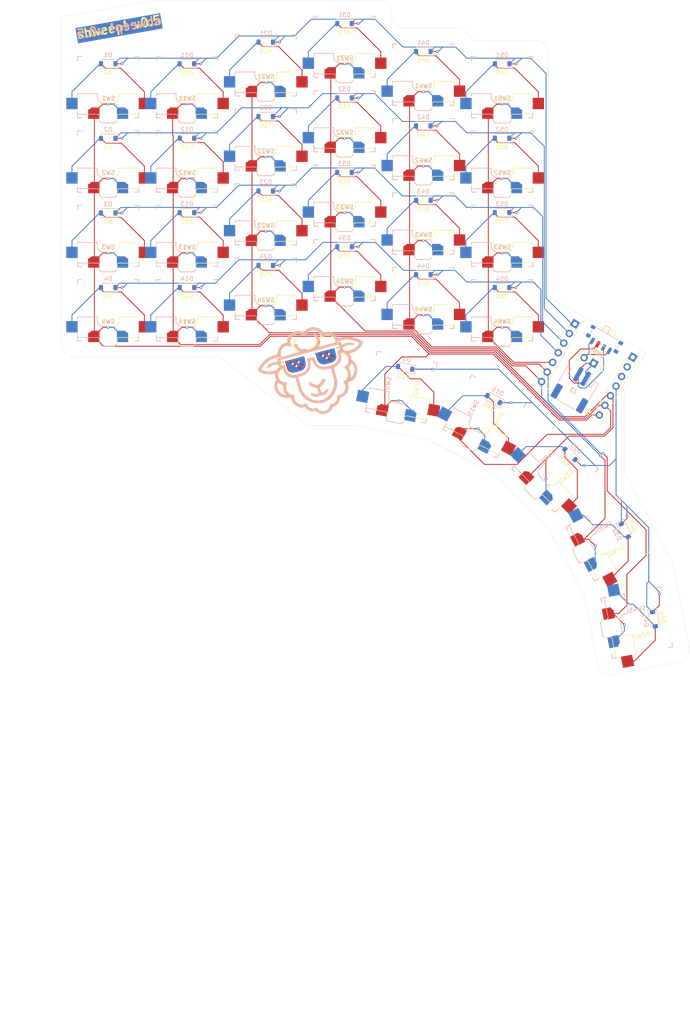
<source format=kicad_pcb>
(kicad_pcb (version 20240108) (generator "pcbnew") (generator_version "8.0")
  (layers (0 "F.Cu" signal) (31 "B.Cu" signal) (34 "B.Paste" user) (35 "F.Paste" user) (36 "B.SilkS" user "B.Silkscreen") (37 "F.SilkS" user "F.Silkscreen") (38 "B.Mask" user) (39 "F.Mask" user) (44 "Edge.Cuts" user))
  (net 0 "")
  (net 1 "/D0")
  (net 2 "Net-(D1-A)")
  (net 3 "Net-(D2-A)")
  (net 4 "/D1")
  (net 5 "Net-(D3-A)")
  (net 6 "/D2")
  (net 7 "Net-(D4-A)")
  (net 8 "/D3")
  (net 9 "Net-(D6-A)")
  (net 10 "Net-(D7-A)")
  (net 11 "Net-(D8-A)")
  (net 12 "Net-(D9-A)")
  (net 13 "Net-(D10-A)")
  (net 14 "Net-(D11-A)")
  (net 15 "Net-(D12-A)")
  (net 16 "Net-(D13-A)")
  (net 17 "Net-(D14-A)")
  (net 18 "Net-(D15-A)")
  (net 19 "Net-(D16-A)")
  (net 20 "Net-(D17-A)")
  (net 21 "Net-(D18-A)")
  (net 22 "Net-(D19-A)")
  (net 23 "Net-(D20-A)")
  (net 24 "Net-(D21-A)")
  (net 25 "Net-(D22-A)")
  (net 26 "Net-(D23-A)")
  (net 27 "Net-(D24-A)")
  (net 28 "Net-(D25-A)")
  (net 29 "Net-(D5-A)")
  (net 30 "/D4")
  (net 31 "Net-(D26-A)")
  (net 32 "Net-(D27-A)")
  (net 33 "Net-(D28-A)")
  (net 34 "Net-(D29-A)")
  (net 35 "/D5")
  (net 36 "/D6")
  (net 37 "/3V3")
  (net 38 "/D9")
  (net 39 "/D10")
  (net 40 "/D8")
  (net 41 "/D7")
  (net 42 "/GND")
  (net 43 "/5V")
  (net 44 "/BATT-")
  (net 45 "/BATT+")
  (net 46 "/FLOATING")
  (net 47 "/BATT_3.3V")
  (net 48 "Net-(D30-A)")
  (net 49 "Net-(D31-A)")
  (net 50 "Net-(D32-A)")
  (net 51 "Net-(D33-A)")
  (net 52 "Net-(D34-A)")
  (net 53 "Net-(D35-A)")
  (net 54 "Net-(D36-A)")
  (net 55 "Net-(D37-A)")
  (net 56 "Net-(D38-A)")
  (net 57 "Net-(D39-A)")
  (net 58 "Net-(D40-A)")
  (net 59 "Net-(D41-A)")
  (net 60 "Net-(D42-A)")
  (net 61 "Net-(D43-A)")
  (net 62 "Net-(D44-A)")
  (net 63 "Net-(D45-A)")
  (net 64 "Net-(D46-A)")
  (net 65 "Net-(D47-A)")
  (net 66 "Net-(D48-A)")
  (net 67 "Net-(D49-A)")
  (net 68 "Net-(D50-A)")
  (net 69 "Net-(D51-A)")
  (net 70 "Net-(D52-A)")
  (net 71 "Net-(D53-A)")
  (net 72 "Net-(D54-A)")
  (net 73 "Net-(D55-A)")
  (net 74 "Net-(D56-A)")
  (net 75 "Net-(D57-A)")
  (net 76 "Net-(D58-A)")
  (footprint "Diode_SMD:D_SOD-123" (layer "F.Cu") (at 32.9692 88.6702 180)
    (property "Reference" "D9")
    (property "Value" "D")
  )
  (footprint "keyswitches:Kailh_socket_PG1350" (layer "F.Cu") (at 32.9692 76.8752)
    (property "Reference" "SW3")
    (property "Value" "SW_Push" (hide yes))
  )
  (footprint "keyswitches:Kailh_socket_PG1350" (layer "F.Cu") (at 68.9692 37.9222)
    (property "Reference" "SW21")
    (property "Value" "SW_Push" (hide yes))
  )
  (footprint "Diode_SMD:D_SOD-123" (layer "F.Cu") (at 32.9692 71.6302 180)
    (property "Reference" "D8")
    (property "Value" "D")
  )
  (footprint "keyswitches:Kailh_socket_PG1350" (layer "F.Cu") (at 147.009636 146.248134 -62)
    (property "Reference" "SW35")
    (property "Value" "SW_Push" (hide yes))
  )
  (footprint "keyswitches:Kailh_socket_PG1350" (layer "F.Cu") (at 68.9692 71.9222)
    (property "Reference" "SW23")
    (property "Value" "SW_Push" (hide yes))
  )
  (footprint "MountingHole:MountingHole_2.2mm_M2" (layer "F.Cu") (at 77.9692 79.4572)
    (property "Reference" "REF**" (hide yes))
    (property "Value" "MountingHole_2.2mm_M2" (hide yes))
  )
  (footprint "Diode_SMD:D_SOD-123" (layer "F.Cu") (at 32.9692 37.5502 180)
    (property "Reference" "D6")
    (property "Value" "D")
  )
  (footprint "keyswitches:Kailh_socket_PG1350" (layer "F.Cu") (at 122.9692 76.8752)
    (property "Reference" "SW53")
    (property "Value" "SW_Push" (hide yes))
  )
  (footprint "Diode_SMD:D_SOD-123" (layer "F.Cu") (at 50.9467 37.5627 180)
    (property "Reference" "D16")
    (property "Value" "D")
  )
  (footprint "Diode_SMD:D_SOD-123" (layer "F.Cu") (at 150.9829 144.135512 -62)
    (property "Reference" "D40")
    (property "Value" "D")
  )
  (footprint "keyswitches:Kailh_socket_PG1350" (layer "F.Cu") (at 99.944212 111.421552 -11)
    (property "Reference" "SW5")
    (property "Value" "SW_Push" (hide yes))
  )
  (footprint "keyswitches:Kailh_socket_PG1350" (layer "F.Cu") (at 86.9692 67.6722)
    (property "Reference" "SW33")
    (property "Value" "SW_Push" (hide yes))
  )
  (footprint "keyswitches:Kailh_socket_PG1350" (layer "F.Cu") (at 153.719848 165.197188 -79)
    (property "Reference" "SW45")
    (property "Value" "SW_Push" (hide yes))
  )
  (footprint "keyswitches:Kailh_socket_PG1350" (layer "F.Cu") (at 135.052461 130.088939 -45)
    (property "Reference" "SW25")
    (property "Value" "SW_Push" (hide yes))
  )
  (footprint "" (layer "F.Cu") (at 154.839387 154.138106)
    (property "Reference" "")
    (property "Value" "")
  )
  (footprint "Diode_SMD:D_SOD-123" (layer "F.Cu") (at 122.9467 71.5627 180)
    (property "Reference" "D57")
    (property "Value" "D")
  )
  (footprint "Diode_SMD:D_SOD-123" (layer "F.Cu") (at 86.9692 79.3597 180)
    (property "Reference" "D39")
    (property "Value" "D")
  )
  (footprint "Diode_SMD:D_SOD-123" (layer "F.Cu") (at 104.9692 68.7347 180)
    (property "Reference" "D48")
    (property "Value" "D")
  )
  (footprint "Diode_SMD:D_SOD-123" (layer "F.Cu") (at 50.9467 71.5627 180)
    (property "Reference" "D18")
    (property "Value" "D")
  )
  (footprint "keyswitches:Kailh_socket_PG1350" (layer "F.Cu") (at 32.9692 93.8752)
    (property "Reference" "SW4")
    (property "Value" "SW_Push" (hide yes))
  )
  (footprint "Diode_SMD:D_SOD-123" (layer "F.Cu") (at 68.9692 32.6097 180)
    (property "Reference" "D26")
    (property "Value" "D")
  )
  (footprint "MountingHole:MountingHole_2.2mm_M2" (layer "F.Cu") (at 113.9692 50.3302)
    (property "Reference" "REF**" (hide yes))
    (property "Value" "MountingHole_2.2mm_M2" (hide yes))
  )
  (footprint "Diode_SMD:D_SOD-123" (layer "F.Cu") (at 157.646357 164.433952 -79)
    (property "Reference" "D50")
    (property "Value" "D")
  )
  (footprint "keyswitches:Kailh_socket_PG1350" (layer "F.Cu") (at 118.893266 118.131764 -28)
    (property "Reference" "SW15")
    (property "Value" "SW_Push" (hide yes))
  )
  (footprint "Diode_SMD:D_SOD-123" (layer "F.Cu") (at 86.9467 28.3597 180)
    (property "Reference" "D36")
    (property "Value" "D")
  )
  (footprint "Diode_SMD:D_SOD-123" (layer "F.Cu") (at 50.9692 54.5627 180)
    (property "Reference" "D17")
    (property "Value" "D")
  )
  (footprint "keyswitches:Kailh_socket_PG1350" (layer "F.Cu") (at 32.9692 59.8752)
    (property "Reference" "SW2")
    (property "Value" "SW_Push" (hide yes))
  )
  (footprint "Connector_PinSocket_2.54mm:PinSocket_1x07_P2.54mm_Vertical" (layer "F.Cu") (at 139.596188 96.958574 -30)
    (property "Reference" "J1")
    (property "Value" "Conn_01x07_Pin" (hide yes))
  )
  (footprint "keyswitches:Kailh_socket_PG1350" (layer "F.Cu") (at 104.9692 40.0472)
    (property "Reference" "SW41")
    (property "Value" "SW_Push" (hide yes))
  )
  (footprint "MountingHole:MountingHole_2.2mm_M2" (layer "F.Cu") (at 41.9692 51.3952)
    (property "Reference" "REF**" (hide yes))
    (property "Value" "MountingHole_2.2mm_M2" (hide yes))
  )
  (footprint "Diode_SMD:D_SOD-123" (layer "F.Cu") (at 122.9467 88.6702 180)
    (property "Reference" "D58")
    (property "Value" "D")
  )
  (footprint "MountingHole:MountingHole_2.2mm_M2" (layer "F.Cu") (at 113.9692 84.4102)
    (property "Reference" "REF**" (hide yes))
    (property "Value" "MountingHole_2.2mm_M2" (hide yes))
  )
  (footprint "keyswitches:Kailh_socket_PG1350" (layer "F.Cu") (at 122.9692 93.8752)
    (property "Reference" "SW54")
    (property "Value" "SW_Push" (hide yes))
  )
  (footprint "" (layer "F.Cu") (at 111.003294 110.302013)
    (property "Reference" "")
    (property "Value" "")
  )
  (footprint "keyswitches:Kailh_socket_PG1350" (layer "F.Cu") (at 86.9692 84.6722)
    (property "Reference" "SW34")
    (property "Value" "SW_Push" (hide yes))
  )
  (footprint "Diode_SMD:D_SOD-123" (layer "F.Cu") (at 104.9692 34.7347 180)
    (property "Reference" "D46")
    (property "Value" "D")
  )
  (footprint "keyswitches:Kailh_socket_PG1350" (layer "F.Cu") (at 104.9692 57.0472)
    (property "Reference" "SW42")
    (property "Value" "SW_Push" (hide yes))
  )
  (footprint "Button_Switch_SMD:SW_SPDT_PCM12" (layer "F.Cu") (at 146.200164 100.768615 150)
    (property "Reference" "SW59")
    (property "Value" "SW_SPDT" (hide yes))
  )
  (footprint "keyswitches:Kailh_socket_PG1350" (layer "F.Cu") (at 50.9692 42.8752)
    (property "Reference" "SW11")
    (property "Value" "SW_Push" (hide yes))
  )
  (footprint "Diode_SMD:D_SOD-123" (layer "F.Cu") (at 121.005888 114.1585 151)
    (property "Reference" "D20")
    (property "Value" "D")
  )
  (footprint "keyswitches:Kailh_socket_PG1350" (layer "F.Cu") (at 32.9692 42.8752)
    (property "Reference" "SW1")
    (property "Value" "SW_Push" (hide yes))
  )
  (footprint "Connector_PinHeader_2.54mm:PinHeader_1x02_P2.54mm_Vertical" (layer "F.Cu") (at 143.8992 105.9617 -120)
    (property "Reference" "J4")
    (property "Value" "Conn_01x02_Pin")
  )
  (footprint "keyswitches:Kailh_socket_PG1350" (layer "F.Cu") (at 104.9692 91.0472)
    (property "Reference" "SW44")
    (property "Value" "SW_Push" (hide yes))
  )
  (footprint "keyswitches:Kailh_socket_PG1350" (layer "F.Cu") (at 122.9692 59.8752)
    (property "Reference" "SW52")
    (property "Value" "SW_Push" (hide yes))
  )
  (footprint "keyswitches:Kailh_socket_PG1350" (layer "F.Cu") (at 104.9692 74.0472)
    (property "Reference" "SW43")
    (property "Value" "SW_Push" (hide yes))
  )
  (footprint "keyswitches:Kailh_socket_PG1350" (layer "F.Cu") (at 50.9692 76.8752)
    (property "Reference" "SW13")
    (property "Value" "SW_Push" (hide yes))
  )
  (footprint "keyswitches:Kailh_socket_PG1350" (layer "F.Cu") (at 50.9692 59.8752)
    (property "Reference" "SW12")
    (property "Value" "SW_Push" (hide yes))
  )
  (footprint "Diode_SMD:D_SOD-123" (layer "F.Cu") (at 122.9692 37.5627 180)
    (property "Reference" "D55")
    (property "Value" "D")
  )
  (footprint "Diode_SMD:D_SOD-123" (layer "F.Cu") (at 68.9692 83.6097 180)
    (property "Reference" "D29")
    (property "Value" "D")
  )
  (footprint "Diode_SMD:D_SOD-123" (layer "F.Cu") (at 86.9692 45.3597 180)
    (property "Reference" "D37")
    (property "Value" "D")
  )
  (footprint "Diode_SMD:D_SOD-123" (layer "F.Cu") (at 68.9692 66.6097 180)
    (property "Reference" "D28")
    (property "Value" "D")
  )
  (footprint "keyswitches:Kailh_socket_PG1350" (layer "F.Cu") (at 50.9692 93.8752)
    (property "Reference" "SW14")
    (property "Value" "SW_Push" (hide yes))
  )
  (footprint "Diode_SMD:D_SOD-123" (layer "F.Cu") (at 138.474593 126.779545 135)
    (property "Reference" "D30")
    (property "Value" "D")
  )
  (footprint "Diode_SMD:D_SOD-123" (layer "F.Cu") (at 68.9467 49.6097 180)
    (property "Reference" "D27")
    (property "Value" "D")
  )
  (footprint "Diode_SMD:D_SOD-123" (layer "F.Cu") (at 104.9467 85.7347 180)
    (property "Reference" "D49")
    (property "Value" "D")
  )
  (footprint "keyswitches:Kailh_socket_PG1350" (layer "F.Cu") (at 86.9692 33.6722)
    (property "Reference" "SW31")
    (property "Value" "SW_Push" (hide yes))
  )
  (footprint "Diode_SMD:D_SOD-123" (layer "F.Cu") (at 86.9467 62.3597 180)
    (property "Reference" "D38")
    (property "Value" "D")
  )
  (footprint "Diode_SMD:D_SOD-123" (layer "F.Cu") (at 50.9692 88.6702 180)
    (property "Reference" "D19")
    (property "Value" "D")
  )
  (footprint "keyswitches:Kailh_socket_PG1350" (layer "F.Cu") (at 68.9692 54.9222)
    (property "Reference" "SW22")
    (property "Value" "SW_Push" (hide yes))
  )
  (footprint "Connector_PinSocket_2.54mm:PinSocket_1x07_P2.54mm_Vertical" (layer "F.Cu") (at 152.804188 104.578574 -30)
    (property "Reference" "J2")
    (property "Value" "Conn_01x07_Pin" (hide yes))
  )
  (footprint "Diode_SMD:D_SOD-123" (layer "F.Cu") (at 100.802852 107.004229 169)
    (property "Reference" "D10")
    (property "Value" "D")
  )
  (footprint "Diode_SMD:D_SOD-123" (layer "F.Cu") (at 104.9467 51.7347 180)
    (property "Reference" "D47")
    (property "Value" "D")
  )
  (footprint "Connector_JST:JST_PH_S2B-PH-SM4-TB_1x02-1MP_P2.00mm_Horizontal" (layer "F.Cu") (at 139.784225 111.469872 -30)
    (property "Reference" "J3")
    (property "Value" "Conn_01x02_Pin" (hide yes))
  )
  (footprint "Diode_SMD:D_SOD-123" (layer "F.Cu") (at 32.9692 54.5902 180)
    (property "Reference" "D7")
    (property "Value" "D")
  )
  (footprint "Diode_SMD:D_SOD-123" (layer "F.Cu") (at 122.9467 54.5627 180)
    (property "Reference" "D56")
    (property "Value" "D")
  )
  (footprint "keyswitches:Kailh_socket_PG1350" (layer "F.Cu") (at 122.9692 42.8752)
    (property "Reference" "SW51")
    (property "Value" "SW_Push" (hide yes))
  )
  (footprint "MountingHole:MountingHole_2.2mm_M2" (layer "F.Cu") (at 41.9692 85.4752)
    (property "Reference" "REF**" (hide yes))
    (property "Value" "MountingHole_2.2mm_M2" (hide yes))
  )
  (footprint "keyswitches:Kailh_socket_PG1350" (layer "F.Cu") (at 68.9692 88.9222)
    (property "Reference" "SW24")
    (property "Value" "SW_Push" (hide yes))
  )
  (footprint "shweep:shweep-small" (layer "F.Cu") (at 79.994203 107.700076 15)
    (property "Reference" "G***" (hide yes))
    (property "Value" "LOGO" (hide yes))
  )
  (footprint "keyswitches:Kailh_socket_PG1350" (layer "F.Cu") (at 86.9692 50.6722)
    (property "Reference" "SW32")
    (property "Value" "SW_Push" (hide yes))
  )
  (footprint "MountingHole:MountingHole_2.2mm_M2" (layer "F.Cu") (at 77.9692 45.3772)
    (property "Reference" "REF**" (hide yes))
    (property "Value" "MountingHole_2.2mm_M2" (hide yes))
  )
  (footprint "Diode_SMD:D_SOD-123" (layer "B.Cu") (at 100.802852 107.004229 169)
    (property "Reference" "D5")
    (property "Value" "D")
  )
  (footprint "Diode_SMD:D_SOD-123" (layer "B.Cu") (at 68.9692 32.6097 180)
    (property "Reference" "D21")
    (property "Value" "D")
  )
  (footprint "Diode_SMD:D_SOD-123" (layer "B.Cu") (at 86.9692 79.3597 180)
    (property "Reference" "D34")
    (property "Value" "D")
  )
  (footprint "Diode_SMD:D_SOD-123" (layer "B.Cu") (at 32.9692 88.6702 180)
    (property "Reference" "D4")
    (property "Value" "D")
  )
  (footprint "Diode_SMD:D_SOD-123" (layer "B.Cu") (at 157.646357 164.433952 -79)
    (property "Reference" "D45")
    (property "Value" "D")
  )
  (footprint "Diode_SMD:D_SOD-123" (layer "B.Cu") (at 104.9692 34.7347 180)
    (property "Reference" "D41")
    (property "Value" "D")
  )
  (footprint "keyswitches:Kailh_socket_PG1350" (layer "B.Cu") (at 153.719848 165.197188 101)
    (property "Reference" "SW50")
    (property "Value" "SW_Push" (hide yes))
  )
  (footprint "keyswitches:Kailh_socket_PG1350" (layer "B.Cu") (at 86.9692 67.6722 180)
    (property "Reference" "SW38")
    (property "Value" "SW_Push" (hide yes))
  )
  (footprint "keyswitches:Kailh_socket_PG1350" (layer "B.Cu") (at 68.9692 37.9222 180)
    (property "Reference" "SW26")
    (property "Value" "SW_Push" (hide yes))
  )
  (footprint "Diode_SMD:D_SOD-123" (layer "B.Cu") (at 68.9692 83.6097 180)
    (property "Reference" "D24")
    (property "Value" "D")
  )
  (footprint "keyswitches:Kailh_socket_PG1350" (layer "B.Cu") (at 104.9692 74.0472 180)
    (property "Reference" "SW48")
    (property "Value" "SW_Push" (hide yes))
  )
  (footprint "Button_Switch_SMD:SW_SPDT_PCM12" (layer "B.Cu") (at 146.200164 100.768615 -30)
    (property "Reference" "SW59")
    (property "Value" "SW_SPDT" (hide yes))
  )
  (footprint "Diode_SMD:D_SOD-123" (layer "B.Cu") (at 68.9467 49.6097 180)
    (property "Reference" "D22")
    (property "Value" "D")
  )
  (footprint "Diode_SMD:D_SOD-123" (layer "B.Cu") (at 50.9467 37.5627 180)
    (property "Reference" "D11")
    (property "Value" "D")
  )
  (footprint "Diode_SMD:D_SOD-123" (layer "B.Cu") (at 150.9829 144.135512 -62)
    (property "Reference" "D35")
    (property "Value" "D")
  )
  (footprint "keyswitches:Kailh_socket_PG1350" (layer "B.Cu") (at 86.9692 33.6722 180)
    (property "Reference" "SW36")
    (property "Value" "SW_Push" (hide yes))
  )
  (footprint "keyswitches:Kailh_socket_PG1350" (layer "B.Cu") (at 104.9692 91.0472 180)
    (property "Reference" "SW49")
    (property "Value" "SW_Push" (hide yes))
  )
  (footprint "keyswitches:Kailh_socket_PG1350" (layer "B.Cu") (at 50.9692 76.8752 180)
    (property "Reference" "SW18")
    (property "Value" "SW_Push" (hide yes))
  )
  (footprint "keyswitches:Kailh_socket_PG1350" (layer "B.Cu") (at 32.9692 59.8752 180)
    (property "Reference" "SW7")
    (property "Value" "SW_Push" (hide yes))
  )
  (footprint "keyswitches:Kailh_socket_PG1350" (layer "B.Cu") (at 147.009636 146.248134 118)
    (property "Reference" "SW40")
    (property "Value" "SW_Push" (hide yes))
  )
  (footprint "Diode_SMD:D_SOD-123" (layer "B.Cu") (at 138.474593 126.779545 135)
    (property "Reference" "D25")
    (property "Value" "D")
  )
  (footprint "Diode_SMD:D_SOD-123" (layer "B.Cu") (at 86.9692 45.3597 180)
    (property "Reference" "D32")
    (property "Value" "D")
  )
  (footprint "keyswitches:Kailh_socket_PG1350" (layer "B.Cu") (at 135.052461 130.088939 135)
    (property "Reference" "SW30")
    (property "Value" "SW_Push" (hide yes))
  )
  (footprint "keyswitches:Kailh_socket_PG1350" (layer "B.Cu") (at 32.9692 42.8752 180)
    (property "Reference" "SW6")
    (property "Value" "SW_Push" (hide yes))
  )
  (footprint "keyswitches:Kailh_socket_PG1350" (layer "B.Cu") (at 32.9692 93.8752 180)
    (property "Reference" "SW9")
    (property "Value" "SW_Push" (hide yes))
  )
  (footprint "Diode_SMD:D_SOD-123" (layer "B.Cu") (at 104.9467 51.7347 180)
    (property "Reference" "D42")
    (property "Value" "D")
  )
  (footprint "keyswitches:Kailh_socket_PG1350" (layer "B.Cu") (at 68.9692 88.9222 180)
    (property "Reference" "SW29")
    (property "Value" "SW_Push" (hide yes))
  )
  (footprint "Diode_SMD:D_SOD-123" (layer "B.Cu") (at 50.9692 54.5627 180)
    (property "Reference" "D12")
    (property "Value" "D")
  )
  (footprint "Connector_JST:JST_PH_S2B-PH-SM4-TB_1x02-1MP_P2.00mm_Horizontal" (layer "B.Cu") (at 139.784225 111.469872 150)
    (property "Reference" "J3")
    (property "Value" "Conn_01x02_Pin" (hide yes))
  )
  (footprint "keyswitches:Kailh_socket_PG1350" (layer "B.Cu") (at 122.9692 76.8752 180)
    (property "Reference" "SW57")
    (property "Value" "SW_Push" (hide yes))
  )
  (footprint "Diode_SMD:D_SOD-123" (layer "B.Cu") (at 104.9692 85.7347 180)
    (property "Reference" "D44")
    (property "Value" "D")
  )
  (footprint "keyswitches:Kailh_socket_PG1350" (layer "B.Cu") (at 122.9692 42.8752 180)
    (property "Reference" "SW55")
    (property "Value" "SW_Push" (hide yes))
  )
  (footprint "keyswitches:Kailh_socket_PG1350" (layer "B.Cu") (at 122.9692 93.8752 180)
    (property "Reference" "SW58")
    (property "Value" "SW_Push" (hide yes))
  )
  (footprint "Diode_SMD:D_SOD-123" (layer "B.Cu") (at 122.9692 37.5627 180)
    (property "Reference" "D51")
    (property "Value" "D")
  )
  (footprint "keyswitches:Kailh_socket_PG1350" (layer "B.Cu") (at 32.9692 76.8752 180)
    (property "Reference" "SW8")
    (property "Value" "SW_Push" (hide yes))
  )
  (footprint "Diode_SMD:D_SOD-123" (layer "B.Cu") (at 32.9692 37.5502 180)
    (property "Reference" "D1")
    (property "Value" "D")
  )
  (footprint "Diode_SMD:D_SOD-123" (layer "B.Cu") (at 122.9467 54.5627 180)
    (property "Reference" "D52")
    (property "Value" "D")
  )
  (footprint "keyswitches:Kailh_socket_PG1350" (layer "B.Cu") (at 50.9692 93.8752 180)
    (property "Reference" "SW19")
    (property "Value" "SW_Push" (hide yes))
  )
  (footprint "keyswitches:Kailh_socket_PG1350" (layer "B.Cu") (at 122.9692 59.8752 180)
    (property "Reference" "SW56")
    (property "Value" "SW_Push" (hide yes))
  )
  (footprint "shweep:shweep-small" (layer "B.Cu") (at 79.994203 107.700076 -165)
    (property "Reference" "G***" (hide yes))
    (property "Value" "LOGO" (hide yes))
  )
  (footprint "Diode_SMD:D_SOD-123" (layer "B.Cu") (at 32.9692 54.5902 180)
    (property "Reference" "D2")
    (property "Value" "D")
  )
  (footprint "keyswitches:Kailh_socket_PG1350" (layer "B.Cu") (at 50.9692 59.8752 180)
    (property "Reference" "SW17")
    (property "Value" "SW_Push" (hide yes))
  )
  (footprint "Diode_SMD:D_SOD-123" (layer "B.Cu") (at 104.9692 68.7347 180)
    (property "Reference" "D43")
    (property "Value" "D")
  )
  (footprint "keyswitches:Kailh_socket_PG1350" (layer "B.Cu") (at 68.9692 54.9222 180)
    (property "Reference" "SW27")
    (property "Value" "SW_Push" (hide yes))
  )
  (footprint "Diode_SMD:D_SOD-123" (layer "B.Cu") (at 86.9467 28.3597 180)
    (property "Reference" "D31")
    (property "Value" "D")
  )
  (footprint "keyswitches:Kailh_socket_PG1350" (layer "B.Cu") (at 50.9692 42.8752 180)
    (property "Reference" "SW16")
    (property "Value" "SW_Push" (hide yes))
  )
  (footprint "keyswitches:Kailh_socket_PG1350" (layer "B.Cu") (at 118.893266 118.131764 152)
    (property "Reference" "SW20")
    (property "Value" "SW_Push" (hide yes))
  )
  (footprint "Diode_SMD:D_SOD-123" (layer "B.Cu") (at 50.9692 71.5627 180)
    (property "Reference" "D13")
    (property "Value" "D")
  )
  (footprint "Diode_SMD:D_SOD-123" (layer "B.Cu") (at 121.005888 114.1585 151)
    (property "Reference" "D15")
    (property "Value" "D")
  )
  (footprint "keyswitches:Kailh_socket_PG1350" (layer "B.Cu") (at 99.944212 111.421552 169)
    (property "Reference" "SW10")
    (property "Value" "SW_Push" (hide yes))
  )
  (footprint "Diode_SMD:D_SOD-123" (layer "B.Cu") (at 122.9467 71.5627 180)
    (property "Reference" "D53")
    (property "Value" "D")
  )
  (footprint "Diode_SMD:D_SOD-123" (layer "B.Cu") (at 122.9467 88.6702 180)
    (property "Reference" "D54")
    (property "Value" "D")
  )
  (footprint "keyswitches:Kailh_socket_PG1350" (layer "B.Cu") (at 86.9692 50.6722 180)
    (property "Reference" "SW37")
    (property "Value" "SW_Push" (hide yes))
  )
  (footprint "Diode_SMD:D_SOD-123" (layer "B.Cu") (at 86.9467 62.3597 180)
    (property "Reference" "D33")
    (property "Value" "D")
  )
  (footprint "keyswitches:Kailh_socket_PG1350" (layer "B.Cu") (at 86.9692 84.6722 180)
    (property "Reference" "SW39")
    (property "Value" "SW_Push" (hide yes))
  )
  (footprint "keyswitches:Kailh_socket_PG1350" (layer "B.Cu") (at 104.9692 40.0472 180)
    (property "Reference" "SW46")
    (property "Value" "SW_Push" (hide yes))
  )
  (footprint "Diode_SMD:D_SOD-123" (layer "B.Cu") (at 32.9692 71.6302 180)
    (property "Reference" "D3")
    (property "Value" "D")
  )
  (footprint "keyswitches:Kailh_socket_PG1350" (layer "B.Cu") (at 104.9692 57.0472 180)
    (property "Reference" "SW47")
    (property "Value" "SW_Push" (hide yes))
  )
  (footprint "Diode_SMD:D_SOD-123" (layer "B.Cu") (at 50.9692 88.6702 180)
    (property "Reference" "D14")
    (property "Value" "D")
  )
  (footprint "Diode_SMD:D_SOD-123" (layer "B.Cu") (at 68.9692 66.6097 180)
    (property "Reference" "D23")
    (property "Value" "D")
  )
  (footprint "keyswitches:Kailh_socket_PG1350" (layer "B.Cu") (at 68.9692 71.9222 180)
    (property "Reference" "SW28")
    (property "Value" "SW_Push" (hide yes))
  )
  (gr_line (start 95.781487 23.048) (end 97.610287 24.8768) (stroke (width 0.05)) (layer "Edge.Cuts"))
  (gr_line (start 141.679636 158.803134) (end 144.994203 175.860076) (stroke (width 0.05)) (layer "Edge.Cuts"))
  (gr_line (start 95.781487 23.048) (end 43.7896 23.056513) (stroke (width 0.05)) (layer "Edge.Cuts"))
  (gr_line (start 133.610287 90.788113) (end 155.759087 103.589713) (stroke (width 0.05)) (layer "Edge.Cuts"))
  (gr_line (start 106.339636 123.463134) (end 89.509636 120.197298) (stroke (width 0.05)) (layer "Edge.Cuts"))
  (gr_line (start 106.339636 123.463134) (end 121.489636 131.513134) (stroke (width 0.05)) (layer "Edge.Cuts"))
  (gr_line (start 147.119203 177.340076) (end 164.324203 173.995076) (stroke (width 0.05)) (layer "Edge.Cuts"))
  (gr_line (start 22.325 102.687487) (end 22.2758 26.841113) (stroke (width 0.05)) (layer "Edge.Cuts"))
  (gr_line (start 150.913387 130.851516) (end 150.913387 112.004716) (stroke (width 0.05)) (layer "Edge.Cuts"))
  (gr_line (start 165.879203 171.780076) (end 164.324203 173.995076) (stroke (width 0.05)) (layer "Edge.Cuts"))
  (gr_line (start 97.610287 24.8768) (end 97.610287 27.577313) (stroke (width 0.05)) (layer "Edge.Cuts"))
  (gr_line (start 161.948387 151.614716) (end 165.879203 171.780076) (stroke (width 0.05)) (layer "Edge.Cuts"))
  (gr_line (start 113.756087 29.406113) (end 116.592287 32.234113) (stroke (width 0.05)) (layer "Edge.Cuts"))
  (gr_line (start 131.756087 32.234113) (end 133.610287 34.088313) (stroke (width 0.05)) (layer "Edge.Cuts"))
  (gr_line (start 78.634636 120.19897) (end 58.4692 104.516287) (stroke (width 0.05)) (layer "Edge.Cuts"))
  (gr_line (start 22.2758 26.841113) (end 43.7896 23.056513) (stroke (width 0.05)) (layer "Edge.Cuts"))
  (gr_line (start 155.759087 103.589713) (end 150.913387 112.004716) (stroke (width 0.05)) (layer "Edge.Cuts"))
  (gr_line (start 58.4692 104.516287) (end 24.1538 104.516287) (stroke (width 0.05)) (layer "Edge.Cuts"))
  (gr_line (start 150.913387 130.851516) (end 161.948387 151.614716) (stroke (width 0.05)) (layer "Edge.Cuts"))
  (gr_line (start 144.994203 175.860076) (end 147.119203 177.340076) (stroke (width 0.05)) (layer "Edge.Cuts"))
  (gr_line (start 121.489636 131.513134) (end 133.619636 143.653134) (stroke (width 0.05)) (layer "Edge.Cuts"))
  (gr_line (start 97.610287 27.577313) (end 99.439087 29.406113) (stroke (width 0.05)) (layer "Edge.Cuts"))
  (gr_line (start 133.619636 143.653134) (end 141.679636 158.803134) (stroke (width 0.05)) (layer "Edge.Cuts"))
  (gr_line (start 89.509636 120.197298) (end 78.634636 120.19897) (stroke (width 0.05)) (layer "Edge.Cuts"))
  (gr_line (start 99.439087 29.406113) (end 113.756087 29.406113) (stroke (width 0.05)) (layer "Edge.Cuts"))
  (gr_line (start 133.610287 34.088313) (end 133.610287 90.788113) (stroke (width 0.05)) (layer "Edge.Cuts"))
  (gr_line (start 22.325 102.687487) (end 24.1538 104.516287) (stroke (width 0.05)) (layer "Edge.Cuts"))
  (gr_line (start 116.592287 32.234113) (end 131.756087 32.234113) (stroke (width 0.05)) (layer "Edge.Cuts"))
  (gr_text "shweep! v0.5" (at 25.5438 30.9474 10) (layer "F.Cu" knockout) (effects (font (size 2 2) (thickness 0.4) (bold yes)) (justify left)))
  (gr_text "shweep! v0.5" (at 45.2882 27.4648 10) (layer "B.Cu" knockout) (effects (font (size 2 2) (thickness 0.4) (bold yes)) (justify left mirror)))
  (gr_text "shweep! v0.5" (at 45.2882 27.4648 10) (layer "B.SilkS") (effects (font (size 2 2) (thickness 0.4) (bold yes)) (justify left mirror)))
  (gr_text "-\n" (at 140.292225 104.484872 -30) (layer "F.SilkS") (effects (font (size 1 1) (thickness 0.1)) (justify left bottom)))
  (gr_text "shweep! v0.5" (at 25.5438 30.9474 10) (layer "F.SilkS") (effects (font (size 2 2) (thickness 0.4) (bold yes)) (justify left)))
  (gr_text "+" (at 145.372225 106.008872 240) (layer "F.SilkS") (effects (font (size 1 1) (thickness 0.1)) (justify left bottom)))
  (segment (start 124.6192 37.5627) (end 126.1442 37.5627) (width 0.2) (layer "F.Cu") (net 1))
  (segment (start 70.6192 32.6097) (end 72.1442 32.6097) (width 0.2) (layer "F.Cu") (net 1))
  (segment (start 36.1442 37.5502) (end 34.6192 37.5502) (width 0.2) (layer "F.Cu") (net 1))
  (segment (start 88.5967 28.3597) (end 90.1217 28.3597) (width 0.2) (layer "F.Cu") (net 1))
  (segment (start 106.6192 34.7347) (end 108.1442 34.7347) (width 0.2) (layer "F.Cu") (net 1))
  (segment (start 52.5967 37.5627) (end 54.1217 37.5627) (width 0.2) (layer "F.Cu") (net 1))
  (via (at 108.1442 34.7347) (size 0.6) (drill 0.3) (layers "F.Cu" "B.Cu") (net 1))
  (via (at 54.1217 37.5627) (size 0.6) (drill 0.3) (layers "F.Cu" "B.Cu") (net 1))
  (via (at 36.1442 37.5502) (size 0.6) (drill 0.3) (layers "F.Cu" "B.Cu") (net 1))
  (via (at 90.1217 28.3597) (size 0.6) (drill 0.3) (layers "F.Cu" "B.Cu") (net 1))
  (via (at 72.1442 32.6097) (size 0.6) (drill 0.3) (layers "F.Cu" "B.Cu") (net 1))
  (via (at 126.1442 37.5627) (size 0.6) (drill 0.3) (layers "F.Cu" "B.Cu") (net 1))
  (segment (start 54.7567 36.9277) (end 54.7567 36.9152) (width 0.2) (layer "B.Cu") (net 1))
  (segment (start 126.1442 37.5627) (end 127.4142 36.2927) (width 0.2) (layer "B.Cu") (net 1))
  (segment (start 72.1442 32.4702) (end 73.4142 31.2002) (width 0.2) (layer "B.Cu") (net 1))
  (segment (start 79.3772 27.3597) (end 88.8517 27.3597) (width 0.2) (layer "B.Cu") (net 1))
  (segment (start 106.6192 34.7347) (end 107.6192 33.7347) (width 0.2) (layer "B.Cu") (net 1))
  (segment (start 127.4142 36.2802) (end 129.5117 36.2802) (width 0.2) (layer "B.Cu") (net 1))
  (segment (start 54.7567 36.9152) (end 55.3917 36.2802) (width 0.2) (layer "B.Cu") (net 1))
  (segment (start 88.8517 27.3597) (end 89.4867 27.3597) (width 0.2) (layer "B.Cu") (net 1))
  (segment (start 129.5117 36.2802) (end 133.010287 39.778787) (width 0.2) (layer "B.Cu") (net 1))
  (segment (start 53.7692 36.2802) (end 55.3917 36.2802) (width 0.2) (layer "B.Cu") (net 1))
  (segment (start 138.870222 96.958574) (end 139.596188 96.958574) (width 0.2) (layer "B.Cu") (net 1))
  (segment (start 34.6192 37.5502) (end 34.6192 37.307357) (width 0.2) (layer "B.Cu") (net 1))
  (segment (start 111.7317 33.7402) (end 112.3667 33.7402) (width 0.2) (layer "B.Cu") (net 1))
  (segment (start 54.1217 37.5627) (end 54.7567 36.9277) (width 0.2) (layer "B.Cu") (net 1))
  (segment (start 34.6192 37.307357) (end 35.646357 36.2802) (width 0.2) (layer "B.Cu") (net 1))
  (segment (start 53.3117 36.2802) (end 53.7692 36.2802) (width 0.2) (layer "B.Cu") (net 1))
  (segment (start 108.4142 34.7347) (end 109.4142 33.7347) (width 0.2) (layer "B.Cu") (net 1))
  (segment (start 133.010287 39.778787) (end 133.010287 91.098639) (width 0.2) (layer "B.Cu") (net 1))
  (segment (start 72.0287 31.2002) (end 72.2692 31.2002) (width 0.2) (layer "B.Cu") (net 1))
  (segment (start 36.1442 37.5502) (end 37.4142 36.2802) (width 0.2) (layer "B.Cu") (net 1))
  (segment (start 100.2962 33.7347) (end 106.8742 33.7347) (width 0.2) (layer "B.Cu") (net 1))
  (segment (start 52.5967 37.4527) (end 53.7692 36.2802) (width 0.2) (layer "B.Cu") (net 1))
  (segment (start 124.6192 37.5627) (end 124.6367 37.5627) (width 0.2) (layer "B.Cu") (net 1))
  (segment (start 109.4142 33.7347) (end 111.7262 33.7347) (width 0.2) (layer "B.Cu") (net 1))
  (segment (start 55.3917 36.2802) (end 57.7567 36.2802) (width 0.2) (layer "B.Cu") (net 1))
  (segment (start 75.5367 31.2002) (end 79.3772 27.3597) (width 0.2) (layer "B.Cu") (net 1))
  (segment (start 70.6192 32.6097) (end 72.0287 31.2002) (width 0.2) (layer "B.Cu") (net 1))
  (segment (start 90.1217 28.3597) (end 90.3917 28.3597) (width 0.2) (layer "B.Cu") (net 1))
  (segment (start 62.8367 31.2002) (end 71.5092 31.2002) (width 0.2) (layer "B.Cu") (net 1))
  (segment (start 106.8742 33.7347) (end 107.7192 33.7347) (width 0.2) (layer "B.Cu") (net 1))
  (segment (start 90.3917 28.3597) (end 91.3917 27.3597) (width 0.2) (layer "B.Cu") (net 1))
  (segment (start 72.1442 32.6097) (end 72.1442 32.4702) (width 0.2) (layer "B.Cu") (net 1))
  (segment (start 124.6367 37.5627) (end 125.9192 36.2802) (width 0.2) (layer "B.Cu") (net 1))
  (segment (start 35.646357 36.2802) (end 37.4142 36.2802) (width 0.2) (layer "B.Cu") (net 1))
  (segment (start 88.5967 28.2497) (end 89.4867 27.3597) (width 0.2) (layer "B.Cu") (net 1))
  (segment (start 91.3917 27.3597) (end 93.9212 27.3597) (width 0.2) (layer "B.Cu") (net 1))
  (segment (start 93.9212 27.3597) (end 100.2962 33.7347) (width 0.2) (layer "B.Cu") (net 1))
  (segment (start 127.4142 36.2927) (end 127.4142 36.2802) (width 0.2) (layer "B.Cu") (net 1))
  (segment (start 107.7192 33.7347) (end 109.4142 33.7347) (width 0.2) (layer "B.Cu") (net 1))
  (segment (start 125.5092 36.2802) (end 125.9192 36.2802) (width 0.2) (layer "B.Cu") (net 1))
  (segment (start 88.5967 28.3597) (end 88.5967 28.2497) (width 0.2) (layer "B.Cu") (net 1))
  (segment (start 111.7262 33.7347) (end 111.7317 33.7402) (width 0.2) (layer "B.Cu") (net 1))
  (segment (start 52.5967 37.5627) (end 52.5967 37.4527) (width 0.2) (layer "B.Cu") (net 1))
  (segment (start 107.6192 33.7347) (end 107.7192 33.7347) (width 0.2) (layer "B.Cu") (net 1))
  (segment (start 133.010287 91.098639) (end 138.870222 96.958574) (width 0.2) (layer "B.Cu") (net 1))
  (segment (start 108.1442 34.7347) (end 108.4142 34.7347) (width 0.2) (layer "B.Cu") (net 1))
  (segment (start 57.7567 36.2802) (end 62.8367 31.2002) (width 0.2) (layer "B.Cu") (net 1))
  (segment (start 114.9067 36.2802) (end 125.5092 36.2802) (width 0.2) (layer "B.Cu") (net 1))
  (segment (start 71.5092 31.2002) (end 72.2692 31.2002) (width 0.2) (layer "B.Cu") (net 1))
  (segment (start 72.2692 31.2002) (end 73.4142 31.2002) (width 0.2) (layer "B.Cu") (net 1))
  (segment (start 37.4142 36.2802) (end 53.3117 36.2802) (width 0.2) (layer "B.Cu") (net 1))
  (segment (start 89.4867 27.3597) (end 91.3917 27.3597) (width 0.2) (layer "B.Cu") (net 1))
  (segment (start 73.4142 31.2002) (end 75.5367 31.2002) (width 0.2) (layer "B.Cu") (net 1))
  (segment (start 125.9192 36.2802) (end 127.4142 36.2802) (width 0.2) (layer "B.Cu") (net 1))
  (segment (start 112.3667 33.7402) (end 114.9067 36.2802) (width 0.2) (layer "B.Cu") (net 1))
  (segment (start 31.3192 37.5502) (end 31.095871 37.5502) (width 0.2) (layer "B.Cu") (net 2))
  (segment (start 31.095871 37.5502) (end 24.6942 43.951871) (width 0.2) (layer "B.Cu") (net 2))
  (segment (start 24.6942 43.951871) (end 24.6942 46.6252) (width 0.2) (layer "B.Cu") (net 2))
  (segment (start 31.055871 54.5902) (end 31.3192 54.5902) (width 0.2) (layer "B.Cu") (net 3))
  (segment (start 24.6942 63.6252) (end 24.6942 60.951871) (width 0.2) (layer "B.Cu") (net 3))
  (segment (start 24.6942 60.951871) (end 31.055871 54.5902) (width 0.2) (layer "B.Cu") (net 3))
  (segment (start 88.6192 45.3597) (end 90.1442 45.3597) (width 0.2) (layer "F.Cu") (net 4))
  (segment (start 124.5967 54.5627) (end 126.1217 54.5627) (width 0.2) (layer "F.Cu") (net 4))
  (segment (start 106.5967 51.7347) (end 108.1217 51.7347) (width 0.2) (layer "F.Cu") (net 4))
  (segment (start 70.5967 49.6097) (end 72.1217 49.6097) (width 0.2) (layer "F.Cu") (net 4))
  (segment (start 52.6192 54.5627) (end 54.1442 54.5627) (width 0.2) (layer "F.Cu") (net 4))
  (segment (start 34.6192 54.5902) (end 36.1442 54.5902) (width 0.2) (layer "F.Cu") (net 4))
  (via (at 72.1217 49.6097) (size 0.6) (drill 0.3) (layers "F.Cu" "B.Cu") (net 4))
  (via (at 108.1217 51.7347) (size 0.6) (drill 0.3) (layers "F.Cu" "B.Cu") (net 4))
  (via (at 36.1442 54.5902) (size 0.6) (drill 0.3) (layers "F.Cu" "B.Cu") (net 4))
  (via (at 126.1217 54.5627) (size 0.6) (drill 0.3) (layers "F.Cu" "B.Cu") (net 4))
  (via (at 90.1442 45.3597) (size 0.6) (drill 0.3) (layers "F.Cu" "B.Cu") (net 4))
  (via (at 54.1442 54.5627) (size 0.6) (drill 0.3) (layers "F.Cu" "B.Cu") (net 4))
  (segment (start 35.896357 53.3202) (end 37.4142 53.3202) (width 0.2) (layer "B.Cu") (net 4))
  (segment (start 126.7567 53.9277) (end 126.7842 53.9277) (width 0.2) (layer "B.Cu") (net 4))
  (segment (start 108.1217 51.7347) (end 109.1217 50.7347) (width 0.2) (layer "B.Cu") (net 4))
  (segment (start 54.1717 54.5627) (end 55.4142 53.3202) (width 0.2) (layer "B.Cu") (net 4))
  (segment (start 89.4842 44.3597) (end 89.6692 44.3597) (width 0.2) (layer "B.Cu") (net 4))
  (segment (start 36.1442 54.5902) (end 37.4142 53.3202) (width 0.2) (layer "B.Cu") (net 4))
  (segment (start 132.610287 56.441287) (end 132.610287 93.442378) (width 0.2) (layer "B.Cu") (net 4))
  (segment (start 93.8587 44.3597) (end 91.4142 44.3597) (width 0.2) (layer "B.Cu") (net 4))
  (segment (start 55.4142 53.3202) (end 57.7342 53.3202) (width 0.2) (layer "B.Cu") (net 4))
  (segment (start 57.7342 53.3202) (end 63.4492 47.6052) (width 0.2) (layer "B.Cu") (net 4))
  (segment (start 132.610287 93.442378) (end 138.326188 99.158279) (width 0.2) (layer "B.Cu") (net 4))
  (segment (start 81.9347 44.3597) (end 89.4842 44.3597) (width 0.2) (layer "B.Cu") (net 4))
  (segment (start 88.6192 45.3597) (end 89.6192 44.3597) (width 0.2) (layer "B.Cu") (net 4))
  (segment (start 109.3917 50.7347) (end 112.2987 50.7347) (width 0.2) (layer "B.Cu") (net 4))
  (segment (start 125.0442 53.3202) (end 125.8192 53.3202) (width 0.2) (layer "B.Cu") (net 4))
  (segment (start 53.2892 53.3202) (end 53.7692 53.3202) (width 0.2) (layer "B.Cu") (net 4))
  (segment (start 37.4142 53.3202) (end 53.2892 53.3202) (width 0.2) (layer "B.Cu") (net 4))
  (segment (start 70.5967 49.6097) (end 72.6012 47.6052) (width 0.2) (layer "B.Cu") (net 4))
  (segment (start 106.9692 50.7347) (end 100.2337 50.7347) (width 0.2) (layer "B.Cu") (net 4))
  (segment (start 71.9692 47.6052) (end 72.6692 47.6052) (width 0.2) (layer "B.Cu") (net 4))
  (segment (start 34.626357 54.5902) (end 35.896357 53.3202) (width 0.2) (layer "B.Cu") (net 4))
  (segment (start 89.6192 44.3597) (end 89.6692 44.3597) (width 0.2) (layer "B.Cu") (net 4))
  (segment (start 100.2337 50.7347) (end 93.8587 44.3597) (width 0.2) (layer "B.Cu") (net 4))
  (segment (start 74.0267 47.6052) (end 78.6892 47.6052) (width 0.2) (layer "B.Cu") (net 4))
  (segment (start 72.6692 47.6052) (end 74.0267 47.6052) (width 0.2) (layer "B.Cu") (net 4))
  (segment (start 72.1217 49.6097) (end 74.0267 47.7047) (width 0.2) (layer "B.Cu") (net 4))
  (segment (start 106.9692 50.7347) (end 107.6192 50.7347) (width 0.2) (layer "B.Cu") (net 4))
  (segment (start 127.3917 53.3202) (end 129.4892 53.3202) (width 0.2) (layer "B.Cu") (net 4))
  (segment (start 63.4492 47.6052) (end 71.9692 47.6052) (width 0.2) (layer "B.Cu") (net 4))
  (segment (start 114.8842 53.3202) (end 125.0442 53.3202) (width 0.2) (layer "B.Cu") (net 4))
  (segment (start 106.5967 51.7347) (end 106.6192 51.7347) (width 0.2) (layer "B.Cu") (net 4))
  (segment (start 126.7842 53.9277) (end 127.3917 53.3202) (width 0.2) (layer "B.Cu") (net 4))
  (segment (start 52.6192 54.4702) (end 53.7692 53.3202) (width 0.2) (layer "B.Cu") (net 4))
  (segment (start 78.6892 47.6052) (end 81.9347 44.3597) (width 0.2) (layer "B.Cu") (net 4))
  (segment (start 112.2987 50.7347) (end 114.8842 53.3202) (width 0.2) (layer "B.Cu") (net 4))
  (segment (start 52.6192 54.5627) (end 52.6192 54.4702) (width 0.2) (layer "B.Cu") (net 4))
  (segment (start 74.0267 47.7047) (end 74.0267 47.6052) (width 0.2) (layer "B.Cu") (net 4))
  (segment (start 89.6692 44.3597) (end 91.4142 44.3597) (width 0.2) (layer "B.Cu") (net 4))
  (segment (start 72.6012 47.6052) (end 72.6692 47.6052) (width 0.2) (layer "B.Cu") (net 4))
  (segment (start 106.6192 51.7347) (end 107.6192 50.7347) (width 0.2) (layer "B.Cu") (net 4))
  (segment (start 53.7692 53.3202) (end 55.4142 53.3202) (width 0.2) (layer "B.Cu") (net 4))
  (segment (start 124.5967 54.5627) (end 124.5967 54.5427) (width 0.2) (layer "B.Cu") (net 4))
  (segment (start 124.5967 54.5427) (end 125.8192 53.3202) (width 0.2) (layer "B.Cu") (net 4))
  (segment (start 109.1217 50.7347) (end 109.3917 50.7347) (width 0.2) (layer "B.Cu") (net 4))
  (segment (start 126.1217 54.5627) (end 126.7567 53.9277) (width 0.2) (layer "B.Cu") (net 4))
  (segment (start 34.6192 54.5902) (end 34.626357 54.5902) (width 0.2) (layer "B.Cu") (net 4))
  (segment (start 107.6192 50.7347) (end 109.3917 50.7347) (width 0.2) (layer "B.Cu") (net 4))
  (segment (start 90.4142 45.3597) (end 91.4142 44.3597) (width 0.2) (layer "B.Cu") (net 4))
  (segment (start 90.1442 45.3597) (end 90.4142 45.3597) (width 0.2) (layer "B.Cu") (net 4))
  (segment (start 129.4892 53.3202) (end 132.610287 56.441287) (width 0.2) (layer "B.Cu") (net 4))
  (segment (start 125.8192 53.3202) (end 127.3917 53.3202) (width 0.2) (layer "B.Cu") (net 4))
  (segment (start 54.1442 54.5627) (end 54.1717 54.5627) (width 0.2) (layer "B.Cu") (net 4))
  (segment (start 24.6942 77.951871) (end 30.742535 71.903535) (width 0.2) (layer "B.Cu") (net 5))
  (segment (start 30.742535 71.903535) (end 31.015871 71.6302) (width 0.2) (layer "B.Cu") (net 5))
  (segment (start 24.6942 80.6252) (end 24.6942 77.951871) (width 0.2) (layer "B.Cu") (net 5))
  (segment (start 31.01587 71.6302) (end 30.742535 71.903535) (width 0.2) (layer "B.Cu") (net 5))
  (segment (start 31.3192 71.6302) (end 31.01587 71.6302) (width 0.2) (layer "B.Cu") (net 5))
  (segment (start 106.6192 68.7347) (end 108.1442 68.7347) (width 0.2) (layer "F.Cu") (net 6))
  (segment (start 52.5967 71.5627) (end 54.1442 71.5627) (width 0.2) (layer "F.Cu") (net 6))
  (segment (start 34.6192 71.6302) (end 36.1442 71.6302) (width 0.2) (layer "F.Cu") (net 6))
  (segment (start 70.6192 66.6097) (end 72.1442 66.6097) (width 0.2) (layer "F.Cu") (net 6))
  (segment (start 124.5967 71.5627) (end 126.1217 71.5627) (width 0.2) (layer "F.Cu") (net 6))
  (segment (start 88.5967 62.3597) (end 90.1217 62.3597) (width 0.2) (layer "F.Cu") (net 6))
  (via (at 126.1217 71.5627) (size 0.6) (drill 0.3) (layers "F.Cu" "B.Cu") (net 6))
  (via (at 72.1442 66.6097) (size 0.6) (drill 0.3) (layers "F.Cu" "B.Cu") (net 6))
  (via (at 90.1217 62.3597) (size 0.6) (drill 0.3) (layers "F.Cu" "B.Cu") (net 6))
  (via (at 36.1442 71.6302) (size 0.6) (drill 0.3) (layers "F.Cu" "B.Cu") (net 6))
  (via (at 54.1442 71.5627) (size 0.6) (drill 0.3) (layers "F.Cu" "B.Cu") (net 6))
  (via (at 108.1442 68.7347) (size 0.6) (drill 0.3) (layers "F.Cu" "B.Cu") (net 6))
  (segment (start 108.4142 68.7347) (end 109.4142 67.7347) (width 0.2) (layer "B.Cu") (net 6))
  (segment (start 70.6192 66.6097) (end 70.6192 66.3652) (width 0.2) (layer "B.Cu") (net 6))
  (segment (start 73.4142 65.3397) (end 73.4142 65.2802) (width 0.2) (layer "B.Cu") (net 6))
  (segment (start 54.1442 71.5627) (end 54.2117 71.5627) (width 0.2) (layer "B.Cu") (net 6))
  (segment (start 52.6667 71.5627) (end 53.8692 70.3602) (width 0.2) (layer "B.Cu") (net 6))
  (segment (start 34.6192 71.6102) (end 35.8692 70.3602) (width 0.2) (layer "B.Cu") (net 6))
  (segment (start 126.1217 71.5627) (end 126.1892 71.5627) (width 0.2) (layer "B.Cu") (net 6))
  (segment (start 130.1242 70.3602) (end 132.210287 72.446287) (width 0.2) (layer "B.Cu") (net 6))
  (segment (start 132.210287 96.512082) (end 137.056188 101.357983) (width 0.2) (layer "B.Cu") (net 6))
  (segment (start 124.5967 71.5627) (end 124.5967 71.4827) (width 0.2) (layer "B.Cu") (net 6))
  (segment (start 71.7042 65.2802) (end 73.4142 65.2802) (width 0.2) (layer "B.Cu") (net 6))
  (segment (start 106.6192 68.7347) (end 106.6192 68.6347) (width 0.2) (layer "B.Cu") (net 6))
  (segment (start 127.3917 70.3602) (end 130.1242 70.3602) (width 0.2) (layer "B.Cu") (net 6))
  (segment (start 72.1442 66.6097) (end 73.4142 65.3397) (width 0.2) (layer "B.Cu") (net 6))
  (segment (start 55.4142 70.3602) (end 57.7342 70.3602) (width 0.2) (layer "B.Cu") (net 6))
  (segment (start 125.7192 70.3602) (end 127.3917 70.3602) (width 0.2) (layer "B.Cu") (net 6))
  (segment (start 38.0492 70.3602) (end 53.2892 70.3602) (width 0.2) (layer "B.Cu") (net 6))
  (segment (start 37.4142 70.3602) (end 38.0492 70.3602) (width 0.2) (layer "B.Cu") (net 6))
  (segment (start 132.210287 72.446287) (end 132.210287 96.512082) (width 0.2) (layer "B.Cu") (net 6))
  (segment (start 54.2117 71.5627) (end 55.4142 70.3602) (width 0.2) (layer "B.Cu") (net 6))
  (segment (start 107.5192 67.7347) (end 109.4142 67.7347) (width 0.2) (layer "B.Cu") (net 6))
  (segment (start 88.5967 62.2472) (end 89.4842 61.3597) (width 0.2) (layer "B.Cu") (net 6))
  (segment (start 114.8842 70.3602) (end 125.0442 70.3602) (width 0.2) (layer "B.Cu") (net 6))
  (segment (start 112.2587 67.7347) (end 114.8842 70.3602) (width 0.2) (layer "B.Cu") (net 6))
  (segment (start 89.4842 61.3597) (end 91.3917 61.3597) (width 0.2) (layer "B.Cu") (net 6))
  (segment (start 107.2642 67.7347) (end 107.5192 67.7347) (width 0.2) (layer "B.Cu") (net 6))
  (segment (start 100.1937 67.7347) (end 107.2642 67.7347) (width 0.2) (layer "B.Cu") (net 6))
  (segment (start 73.4142 65.2802) (end 75.5142 65.2802) (width 0.2) (layer "B.Cu") (net 6))
  (segment (start 90.3917 62.3597) (end 91.3917 61.3597) (width 0.2) (layer "B.Cu") (net 6))
  (segment (start 106.6192 68.6347) (end 107.5192 67.7347) (width 0.2) (layer "B.Cu") (net 6))
  (segment (start 108.1442 68.7347) (end 108.4142 68.7347) (width 0.2) (layer "B.Cu") (net 6))
  (segment (start 62.8142 65.2802) (end 71.7042 65.2802) (width 0.2) (layer "B.Cu") (net 6))
  (segment (start 53.2892 70.3602) (end 53.8692 70.3602) (width 0.2) (layer "B.Cu") (net 6))
  (segment (start 79.4347 61.3597) (end 89.4842 61.3597) (width 0.2) (layer "B.Cu") (net 6))
  (segment (start 75.5142 65.2802) (end 79.4347 61.3597) (width 0.2) (layer "B.Cu") (net 6))
  (segment (start 35.8692 70.3602) (end 38.0492 70.3602) (width 0.2) (layer "B.Cu") (net 6))
  (segment (start 36.1442 71.6302) (end 37.4142 70.3602) (width 0.2) (layer "B.Cu") (net 6))
  (segment (start 53.8692 70.3602) (end 55.4142 70.3602) (width 0.2) (layer "B.Cu") (net 6))
  (segment (start 52.6192 71.5627) (end 52.6667 71.5627) (width 0.2) (layer "B.Cu") (net 6))
  (segment (start 57.7342 70.3602) (end 62.8142 65.2802) (width 0.2) (layer "B.Cu") (net 6))
  (segment (start 34.6192 71.6302) (end 34.6192 71.6102) (width 0.2) (layer "B.Cu") (net 6))
  (segment (start 70.6192 66.3652) (end 71.7042 65.2802) (width 0.2) (layer "B.Cu") (net 6))
  (segment (start 93.8187 61.3597) (end 100.1937 67.7347) (width 0.2) (layer "B.Cu") (net 6))
  (segment (start 88.5967 62.3597) (end 88.5967 62.2472) (width 0.2) (layer "B.Cu") (net 6))
  (segment (start 90.1217 62.3597) (end 90.3917 62.3597) (width 0.2) (layer "B.Cu") (net 6))
  (segment (start 124.5967 71.4827) (end 125.7192 70.3602) (width 0.2) (layer "B.Cu") (net 6))
  (segment (start 126.1892 71.5627) (end 127.3917 70.3602) (width 0.2) (layer "B.Cu") (net 6))
  (segment (start 109.4142 67.7347) (end 112.2587 67.7347) (width 0.2) (layer "B.Cu") (net 6))
  (segment (start 125.0442 70.3602) (end 125.7192 70.3602) (width 0.2) (layer "B.Cu") (net 6))
  (segment (start 91.3917 61.3597) (end 93.8187 61.3597) (width 0.2) (layer "B.Cu") (net 6))
  (segment (start 24.6942 97.6252) (end 24.6942 94.951871) (width 0.2) (layer "B.Cu") (net 7))
  (segment (start 30.842535 88.803535) (end 30.975871 88.6702) (width 0.2) (layer "B.Cu") (net 7))
  (segment (start 31.3192 88.6702) (end 30.97587 88.6702) (width 0.2) (layer "B.Cu") (net 7))
  (segment (start 30.97587 88.6702) (end 30.842535 88.803535) (width 0.2) (layer "B.Cu") (net 7))
  (segment (start 24.6942 94.951871) (end 30.842535 88.803535) (width 0.2) (layer "B.Cu") (net 7))
  (segment (start 52.6192 88.6702) (end 54.1442 88.6702) (width 0.2) (layer "F.Cu") (net 8))
  (segment (start 126.1217 88.6702) (end 124.5967 88.6702) (width 0.2) (layer "F.Cu") (net 8))
  (segment (start 106.5967 85.7347) (end 108.1442 85.7347) (width 0.2) (layer "F.Cu") (net 8))
  (segment (start 34.6192 88.6702) (end 36.1442 88.6702) (width 0.2) (layer "F.Cu") (net 8))
  (segment (start 88.6192 79.3597) (end 90.1442 79.3597) (width 0.2) (layer "F.Cu") (net 8))
  (segment (start 70.6192 83.6097) (end 72.1442 83.6097) (width 0.2) (layer "F.Cu") (net 8))
  (via (at 36.1442 88.6702) (size 0.6) (drill 0.3) (layers "F.Cu" "B.Cu") (net 8))
  (via (at 90.1442 79.3597) (size 0.6) (drill 0.3) (layers "F.Cu" "B.Cu") (net 8))
  (via (at 108.1442 85.7347) (size 0.6) (drill 0.3) (layers "F.Cu" "B.Cu") (net 8))
  (via (at 54.1442 88.6702) (size 0.6) (drill 0.3) (layers "F.Cu" "B.Cu") (net 8))
  (via (at 126.1217 88.6702) (size 0.6) (drill 0.3) (layers "F.Cu" "B.Cu") (net 8))
  (via (at 72.1442 83.6097) (size 0.6) (drill 0.3) (layers "F.Cu" "B.Cu") (net 8))
  (segment (start 62.8142 82.3202) (end 57.4642 87.6702) (width 0.2) (layer "B.Cu") (net 8))
  (segment (start 109.4142 84.7347) (end 107.7192 84.7347) (width 0.2) (layer "B.Cu") (net 8))
  (segment (start 71.9392 82.3202) (end 71.5092 82.3202) (width 0.2) (layer "B.Cu") (net 8))
  (segment (start 107.7192 84.7347) (end 107.0717 84.7347) (width 0.2) (layer "B.Cu") (net 8))
  (segment (start 72.1442 83.6097) (end 72.1442 83.5902) (width 0.2) (layer "B.Cu") (net 8))
  (segment (start 88.6192 79.2497) (end 89.5092 78.3597) (width 0.2) (layer "B.Cu") (net 8))
  (segment (start 55.1442 87.6702) (end 55.4142 87.6702) (width 0.2) (layer "B.Cu") (net 8))
  (segment (start 100.4317 84.7347) (end 94.0567 78.3597) (width 0.2) (layer "B.Cu") (net 8))
  (segment (start 108.1442 85.7347) (end 108.4142 85.7347) (width 0.2) (layer "B.Cu") (net 8))
  (segment (start 73.4142 82.3202) (end 71.9392 82.3202) (width 0.2) (layer "B.Cu") (net 8))
  (segment (start 53.5092 87.6702) (end 37.4142 87.6702) (width 0.2) (layer "B.Cu") (net 8))
  (segment (start 53.6692 87.6702) (end 53.5092 87.6702) (width 0.2) (layer "B.Cu") (net 8))
  (segment (start 106.6192 85.7347) (end 107.6192 84.7347) (width 0.2) (layer "B.Cu") (net 8))
  (segment (start 70.6497 83.6097) (end 71.9392 82.3202) (width 0.2) (layer "B.Cu") (net 8))
  (segment (start 131.810287 99.581787) (end 131.810287 89.086287) (width 0.2) (layer "B.Cu") (net 8))
  (segment (start 88.6192 79.3597) (end 88.6192 79.2497) (width 0.2) (layer "B.Cu") (net 8))
  (segment (start 135.786188 103.557688) (end 131.810287 99.581787) (width 0.2) (layer "B.Cu") (net 8))
  (segment (start 108.4142 85.7347) (end 109.4142 84.7347) (width 0.2) (layer "B.Cu") (net 8))
  (segment (start 82.0147 78.3597) (end 78.0542 82.3202) (width 0.2) (layer "B.Cu") (net 8))
  (segment (start 124.5967 88.6702) (end 124.5967 88.6227) (width 0.2) (layer "B.Cu") (net 8))
  (segment (start 55.4142 87.6702) (end 53.6692 87.6702) (width 0.2) (layer "B.Cu") (net 8))
  (segment (start 125.4867 87.4002) (end 114.8842 87.4002) (width 0.2) (layer "B.Cu") (net 8))
  (segment (start 94.0567 78.3597) (end 91.4142 78.3597) (width 0.2) (layer "B.Cu") (net 8))
  (segment (start 91.1442 78.3597) (end 91.4142 78.3597) (width 0.2) (layer "B.Cu") (net 8))
  (segment (start 36.1442 88.6702) (end 36.4142 88.6702) (width 0.2) (layer "B.Cu") (net 8))
  (segment (start 112.2187 84.7347) (end 109.4142 84.7347) (width 0.2) (layer "B.Cu") (net 8))
  (segment (start 107.6192 84.7347) (end 107.7192 84.7347) (width 0.2) (layer "B.Cu") (net 8))
  (segment (start 36.4142 88.6702) (end 37.4142 87.6702) (width 0.2) (layer "B.Cu") (net 8))
  (segment (start 126.1217 88.6702) (end 127.3917 87.4002) (width 0.2) (layer "B.Cu") (net 8))
  (segment (start 107.0717 84.7347) (end 100.4317 84.7347) (width 0.2) (layer "B.Cu") (net 8))
  (segment (start 52.6192 88.6702) (end 52.6692 88.6702) (width 0.2) (layer "B.Cu") (net 8))
  (segment (start 52.6692 88.6702) (end 53.6692 87.6702) (width 0.2) (layer "B.Cu") (net 8))
  (segment (start 131.810287 89.086287) (end 130.1242 87.4002) (width 0.2) (layer "B.Cu") (net 8))
  (segment (start 57.4642 87.6702) (end 55.4142 87.6702) (width 0.2) (layer "B.Cu") (net 8))
  (segment (start 71.5092 82.3202) (end 62.8142 82.3202) (width 0.2) (layer "B.Cu") (net 8))
  (segment (start 130.1242 87.4002) (end 127.3917 87.4002) (width 0.2) (layer "B.Cu") (net 8))
  (segment (start 78.0542 82.3202) (end 73.4142 82.3202) (width 0.2) (layer "B.Cu") (net 8))
  (segment (start 114.8842 87.4002) (end 112.2187 84.7347) (width 0.2) (layer "B.Cu") (net 8))
  (segment (start 90.1442 79.3597) (end 91.1442 78.3597) (width 0.2) (layer "B.Cu") (net 8))
  (segment (start 124.5967 88.6227) (end 125.8192 87.4002) (width 0.2) (layer "B.Cu") (net 8))
  (segment (start 34.6192 88.6202) (end 35.5692 87.6702) (width 0.2) (layer "B.Cu") (net 8))
  (segment (start 70.6192 83.6097) (end 70.6497 83.6097) (width 0.2) (layer "B.Cu") (net 8))
  (segment (start 89.5092 78.3597) (end 82.0147 78.3597) (width 0.2) (layer "B.Cu") (net 8))
  (segment (start 72.1442 83.5902) (end 73.4142 82.3202) (width 0.2) (layer "B.Cu") (net 8))
  (segment (start 127.3917 87.4002) (end 125.8192 87.4002) (width 0.2) (layer "B.Cu") (net 8))
  (segment (start 54.1442 88.6702) (end 55.1442 87.6702) (width 0.2) (layer "B.Cu") (net 8))
  (segment (start 37.4142 87.6702) (end 35.5692 87.6702) (width 0.2) (layer "B.Cu") (net 8))
  (segment (start 34.6192 88.6702) (end 34.6192 88.6202) (width 0.2) (layer "B.Cu") (net 8))
  (segment (start 91.4142 78.3597) (end 89.5092 78.3597) (width 0.2) (layer "B.Cu") (net 8))
  (segment (start 125.8192 87.4002) (end 125.4867 87.4002) (width 0.2) (layer "B.Cu") (net 8))
  (segment (start 41.2442 43.951871) (end 35.855029 38.5627) (width 0.2) (layer "F.Cu") (net 9))
  (segment (start 32.3317 38.5627) (end 31.3192 37.5502) (width 0.2) (layer "F.Cu") (net 9))
  (segment (start 32.9442 38.5627) (end 32.3317 38.5627) (width 0.2) (layer "F.Cu") (net 9))
  (segment (start 41.2442 46.6252) (end 41.2442 43.951871) (width 0.2) (layer "F.Cu") (net 9))
  (segment (start 35.855029 38.5627) (end 32.9442 38.5627) (width 0.2) (layer "F.Cu") (net 9))
  (segment (start 31.3192 54.5902) (end 32.4192 55.6902) (width 0.2) (layer "F.Cu") (net 10))
  (segment (start 35.982529 55.6902) (end 41.2442 60.951871) (width 0.2) (layer "F.Cu") (net 10))
  (segment (start 41.2442 60.951871) (end 41.2442 63.6252) (width 0.2) (layer "F.Cu") (net 10))
  (segment (start 32.4192 55.6902) (end 35.982529 55.6902) (width 0.2) (layer "F.Cu") (net 10))
  (segment (start 32.3192 72.6302) (end 35.922529 72.6302) (width 0.2) (layer "F.Cu") (net 11))
  (segment (start 41.2442 77.951871) (end 41.2442 80.6252) (width 0.2) (layer "F.Cu") (net 11))
  (segment (start 31.3192 71.6302) (end 32.3192 72.6302) (width 0.2) (layer "F.Cu") (net 11))
  (segment (start 35.922529 72.6302) (end 41.2442 77.951871) (width 0.2) (layer "F.Cu") (net 11))
  (segment (start 31.3192 88.9802) (end 32.0092 89.6702) (width 0.2) (layer "F.Cu") (net 12))
  (segment (start 31.3192 88.6702) (end 31.3192 88.9802) (width 0.2) (layer "F.Cu") (net 12))
  (segment (start 35.962529 89.6702) (end 32.9442 89.6702) (width 0.2) (layer "F.Cu") (net 12))
  (segment (start 41.2442 97.6252) (end 41.2442 94.951871) (width 0.2) (layer "F.Cu") (net 12))
  (segment (start 32.0092 89.6702) (end 32.9442 89.6702) (width 0.2) (layer "F.Cu") (net 12))
  (segment (start 41.2442 94.951871) (end 35.962529 89.6702) (width 0.2) (layer "F.Cu") (net 12))
  (segment (start 104.313562 109.514939) (end 107.351643 112.55302) (width 0.2) (layer "F.Cu") (net 13))
  (segment (start 102.008712 109.514939) (end 104.313562 109.514939) (width 0.2) (layer "F.Cu") (net 13))
  (segment (start 107.351643 112.55302) (end 107.351643 116.681599) (width 0.2) (layer "F.Cu") (net 13))
  (segment (start 99.183167 106.689394) (end 102.008712 109.514939) (width 0.2) (layer "F.Cu") (net 13))
  (segment (start 49.08337 37.5627) (end 48.742535 37.903535) (width 0.2) (layer "B.Cu") (net 14))
  (segment (start 42.6942 46.6252) (end 42.6942 43.951871) (width 0.2) (layer "B.Cu") (net 14))
  (segment (start 42.6942 43.951871) (end 48.742535 37.903535) (width 0.2) (layer "B.Cu") (net 14))
  (segment (start 48.742535 37.903535) (end 49.083371 37.5627) (width 0.2) (layer "B.Cu") (net 14))
  (segment (start 49.2967 37.5627) (end 49.08337 37.5627) (width 0.2) (layer "B.Cu") (net 14))
  (segment (start 41.9532 45.8842) (end 42.6942 46.6252) (width 0.2) (layer "B.Cu") (net 14))
  (segment (start 49.083372 54.5627) (end 48.292536 55.353536) (width 0.2) (layer "B.Cu") (net 15))
  (segment (start 48.292536 55.353536) (end 49.083371 54.5627) (width 0.2) (layer "B.Cu") (net 15))
  (segment (start 42.6942 60.951871) (end 48.292536 55.353536) (width 0.2) (layer "B.Cu") (net 15))
  (segment (start 42.6942 63.6252) (end 42.6942 60.951871) (width 0.2) (layer "B.Cu") (net 15))
  (segment (start 41.9532 62.8842) (end 42.6942 63.6252) (width 0.2) (layer "B.Cu") (net 15))
  (segment (start 49.3192 54.5627) (end 49.083372 54.5627) (width 0.2) (layer "B.Cu") (net 15))
  (segment (start 41.9532 79.8842) (end 42.6942 80.6252) (width 0.2) (layer "B.Cu") (net 16))
  (segment (start 49.08337 71.5627) (end 48.742535 71.903535) (width 0.2) (layer "B.Cu") (net 16))
  (segment (start 42.6942 77.951871) (end 48.742535 71.903535) (width 0.2) (layer "B.Cu") (net 16))
  (segment (start 42.6942 80.6252) (end 42.6942 77.951871) (width 0.2) (layer "B.Cu") (net 16))
  (segment (start 48.742535 71.903535) (end 49.083371 71.5627) (width 0.2) (layer "B.Cu") (net 16))
  (segment (start 49.3192 71.5627) (end 49.08337 71.5627) (width 0.2) (layer "B.Cu") (net 16))
  (segment (start 48.742535 88.903535) (end 48.975871 88.6702) (width 0.2) (layer "B.Cu") (net 17))
  (segment (start 41.9532 96.8842) (end 42.6942 97.6252) (width 0.2) (layer "B.Cu") (net 17))
  (segment (start 42.6942 97.6252) (end 42.6942 94.951871) (width 0.2) (layer "B.Cu") (net 17))
  (segment (start 49.3192 88.6702) (end 48.97587 88.6702) (width 0.2) (layer "B.Cu") (net 17))
  (segment (start 48.97587 88.6702) (end 48.742535 88.903535) (width 0.2) (layer "B.Cu") (net 17))
  (segment (start 42.6942 94.951871) (end 48.742535 88.903535) (width 0.2) (layer "B.Cu") (net 17))
  (segment (start 109.826356 117.55794) (end 114.025732 113.358564) (width 0.2) (layer "B.Cu") (net 18))
  (segment (start 114.025732 113.358564) (end 119.562765 113.358564) (width 0.2) (layer "B.Cu") (net 18))
  (segment (start 59.2442 46.6252) (end 59.2442 43.951871) (width 0.2) (layer "F.Cu") (net 19))
  (segment (start 49.3017 37.5627) (end 50.3017 38.5627) (width 0.2) (layer "F.Cu") (net 19))
  (segment (start 53.855029 38.5627) (end 50.9217 38.5627) (width 0.2) (layer "F.Cu") (net 19))
  (segment (start 59.2442 43.951871) (end 53.855029 38.5627) (width 0.2) (layer "F.Cu") (net 19))
  (segment (start 50.3017 38.5627) (end 50.9217 38.5627) (width 0.2) (layer "F.Cu") (net 19))
  (segment (start 49.2967 37.5627) (end 49.3017 37.5627) (width 0.2) (layer "F.Cu") (net 19))
  (segment (start 59.2442 59.925635) (end 54.881265 55.5627) (width 0.2) (layer "F.Cu") (net 20))
  (segment (start 59.2442 63.6252) (end 59.2442 59.925635) (width 0.2) (layer "F.Cu") (net 20))
  (segment (start 49.3192 54.5802) (end 50.3017 55.5627) (width 0.2) (layer "F.Cu") (net 20))
  (segment (start 50.3017 55.5627) (end 50.9442 55.5627) (width 0.2) (layer "F.Cu") (net 20))
  (segment (start 49.3192 54.5627) (end 49.3192 54.5802) (width 0.2) (layer "F.Cu") (net 20))
  (segment (start 54.881265 55.5627) (end 50.9442 55.5627) (width 0.2) (layer "F.Cu") (net 20))
  (segment (start 59.2442 77.951871) (end 53.855029 72.5627) (width 0.2) (layer "F.Cu") (net 21))
  (segment (start 53.855029 72.5627) (end 50.9217 72.5627) (width 0.2) (layer "F.Cu") (net 21))
  (segment (start 50.1017 72.5627) (end 50.9217 72.5627) (width 0.2) (layer "F.Cu") (net 21))
  (segment (start 59.2442 80.6252) (end 59.2442 77.951871) (width 0.2) (layer "F.Cu") (net 21))
  (segment (start 49.2967 71.7577) (end 50.1017 72.5627) (width 0.2) (layer "F.Cu") (net 21))
  (segment (start 49.2967 71.5627) (end 49.2967 71.7577) (width 0.2) (layer "F.Cu") (net 21))
  (segment (start 50.2092 89.6702) (end 50.9442 89.6702) (width 0.2) (layer "F.Cu") (net 22))
  (segment (start 53.962529 89.6702) (end 50.9442 89.6702) (width 0.2) (layer "F.Cu") (net 22))
  (segment (start 49.3192 88.7802) (end 50.2092 89.6702) (width 0.2) (layer "F.Cu") (net 22))
  (segment (start 59.2442 97.6252) (end 59.2442 94.951871) (width 0.2) (layer "F.Cu") (net 22))
  (segment (start 49.3192 88.6702) (end 49.3192 88.7802) (width 0.2) (layer "F.Cu") (net 22))
  (segment (start 59.2442 94.951871) (end 53.962529 89.6702) (width 0.2) (layer "F.Cu") (net 22))
  (segment (start 121.005888 114.801687) (end 119.562765 113.358564) (width 0.2) (layer "F.Cu") (net 23))
  (segment (start 121.005888 119.668598) (end 121.005888 114.801687) (width 0.2) (layer "F.Cu") (net 23))
  (segment (start 124.439139 125.327695) (end 124.439139 123.101849) (width 0.2) (layer "F.Cu") (net 23))
  (segment (start 124.439139 123.101849) (end 121.005888 119.668598) (width 0.2) (layer "F.Cu") (net 23))
  (segment (start 60.6942 38.998871) (end 66.366036 33.327036) (width 0.2) (layer "B.Cu") (net 24))
  (segment (start 67.083372 32.6097) (end 66.366036 33.327036) (width 0.2) (layer "B.Cu") (net 24))
  (segment (start 60.6942 41.6722) (end 60.6942 38.998871) (width 0.2) (layer "B.Cu") (net 24))
  (segment (start 66.366036 33.327036) (end 67.083371 32.6097) (width 0.2) (layer "B.Cu") (net 24))
  (segment (start 59.9532 40.9312) (end 60.6942 41.6722) (width 0.2) (layer "B.Cu") (net 24))
  (segment (start 67.3192 32.6097) (end 67.083372 32.6097) (width 0.2) (layer "B.Cu") (net 24))
  (segment (start 60.6942 58.6722) (end 60.6942 55.998871) (width 0.2) (layer "B.Cu") (net 25))
  (segment (start 66.771036 49.922036) (end 67.083371 49.6097) (width 0.2) (layer "B.Cu") (net 25))
  (segment (start 59.9532 57.9312) (end 60.6942 58.6722) (width 0.2) (layer "B.Cu") (net 25))
  (segment (start 67.083372 49.6097) (end 66.771036 49.922036) (width 0.2) (layer "B.Cu") (net 25))
  (segment (start 67.2967 49.6097) (end 67.083372 49.6097) (width 0.2) (layer "B.Cu") (net 25))
  (segment (start 60.6942 55.998871) (end 66.771036 49.922036) (width 0.2) (layer "B.Cu") (net 25))
  (segment (start 59.9532 74.9312) (end 60.6942 75.6722) (width 0.2) (layer "B.Cu") (net 26))
  (segment (start 60.6942 72.998871) (end 66.611035 67.082035) (width 0.2) (layer "B.Cu") (net 26))
  (segment (start 66.611035 67.082035) (end 67.083371 66.6097) (width 0.2) (layer "B.Cu") (net 26))
  (segment (start 60.6942 75.6722) (end 60.6942 72.998871) (width 0.2) (layer "B.Cu") (net 26))
  (segment (start 67.08337 66.6097) (end 66.611035 67.082035) (width 0.2) (layer "B.Cu") (net 26))
  (segment (start 67.3192 66.6097) (end 67.08337 66.6097) (width 0.2) (layer "B.Cu") (net 26))
  (segment (start 60.6942 92.6722) (end 60.6942 89.998871) (width 0.2) (layer "B.Cu") (net 27))
  (segment (start 59.9532 91.9312) (end 60.6942 92.6722) (width 0.2) (layer "B.Cu") (net 27))
  (segment (start 60.6942 89.998871) (end 66.706036 83.987036) (width 0.2) (layer "B.Cu") (net 27))
  (segment (start 66.706036 83.987036) (end 67.083371 83.6097) (width 0.2) (layer "B.Cu") (net 27))
  (segment (start 67.083372 83.6097) (end 66.706036 83.987036) (width 0.2) (layer "B.Cu") (net 27))
  (segment (start 67.3192 83.6097) (end 67.083372 83.6097) (width 0.2) (layer "B.Cu") (net 27))
  (segment (start 126.549502 126.889281) (end 128.439831 124.998952) (width 0.2) (layer "B.Cu") (net 28))
  (segment (start 136.694 124.998952) (end 137.307867 125.612819) (width 0.2) (layer "B.Cu") (net 28))
  (segment (start 128.439831 124.998952) (end 136.694 124.998952) (width 0.2) (layer "B.Cu") (net 28))
  (segment (start 91.105713 112.013933) (end 91.105713 113.52371) (width 0.2) (layer "B.Cu") (net 29))
  (segment (start 96.430252 106.689394) (end 91.105713 112.013933) (width 0.2) (layer "B.Cu") (net 29))
  (segment (start 99.183167 106.689394) (end 96.430252 106.689394) (width 0.2) (layer "B.Cu") (net 29))
  (segment (start 119.8192 65.7002) (end 119.6942 65.8252) (width 0.2) (layer "F.Cu") (net 30))
  (segment (start 119.6942 48.8252) (end 119.8192 48.9502) (width 0.2) (layer "F.Cu") (net 30))
  (segment (start 119.6942 65.8252) (end 119.8192 65.9502) (width 0.2) (layer "F.Cu") (net 30))
  (segment (start 119.8192 82.7002) (end 119.6942 82.8252) (width 0.2) (layer "F.Cu") (net 30))
  (segment (start 121.7442 97.7752) (end 119.6942 99.8252) (width 0.2) (layer "F.Cu") (net 30))
  (segment (start 125.626392 105.757392) (end 134.516188 105.757392) (width 0.2) (layer "F.Cu") (net 30))
  (segment (start 122.9692 46.7752) (end 121.7442 46.7752) (width 0.2) (layer "F.Cu") (net 30))
  (segment (start 121.7442 80.7752) (end 119.6942 82.8252) (width 0.2) (layer "F.Cu") (net 30))
  (segment (start 122.9692 80.7752) (end 121.7442 80.7752) (width 0.2) (layer "F.Cu") (net 30))
  (segment (start 122.9692 63.7752) (end 121.7442 63.7752) (width 0.2) (layer "F.Cu") (net 30))
  (segment (start 121.7442 46.7752) (end 119.6942 48.8252) (width 0.2) (layer "F.Cu") (net 30))
  (segment (start 121.7442 63.7752) (end 119.6942 65.8252) (width 0.2) (layer "F.Cu") (net 30))
  (segment (start 119.8192 65.9502) (end 119.8192 82.7002) (width 0.2) (layer "F.Cu") (net 30))
  (segment (start 119.8192 48.9502) (end 119.8192 65.7002) (width 0.2) (layer "F.Cu") (net 30))
  (segment (start 119.8192 99.7002) (end 119.6942 99.8252) (width 0.2) (layer "F.Cu") (net 30))
  (segment (start 119.8192 82.9502) (end 119.8192 99.7002) (width 0.2) (layer "F.Cu") (net 30))
  (segment (start 122.9692 97.7752) (end 121.7442 97.7752) (width 0.2) (layer "F.Cu") (net 30))
  (segment (start 119.6942 99.8252) (end 125.626392 105.757392) (width 0.2) (layer "F.Cu") (net 30))
  (segment (start 119.6942 82.8252) (end 119.8192 82.9502) (width 0.2) (layer "F.Cu") (net 30))
  (via (at 122.9692 63.7752) (size 0.6) (drill 0.3) (layers "F.Cu" "B.Cu") (net 30))
  (via (at 122.9692 46.7752) (size 0.6) (drill 0.3) (layers "F.Cu" "B.Cu") (net 30))
  (via (at 122.9692 97.7752) (size 0.6) (drill 0.3) (layers "F.Cu" "B.Cu") (net 30))
  (via (at 122.9692 80.7752) (size 0.6) (drill 0.3) (layers "F.Cu" "B.Cu") (net 30))
  (segment (start 124.1942 97.7752) (end 122.9692 97.7752) (width 0.2) (layer "B.Cu") (net 30))
  (segment (start 126.2442 99.8252) (end 124.1942 97.7752) (width 0.2) (layer "B.Cu") (net 30))
  (segment (start 124.1942 80.7752) (end 122.9692 80.7752) (width 0.2) (layer "B.Cu") (net 30))
  (segment (start 126.2442 82.8252) (end 124.1942 80.7752) (width 0.2) (layer "B.Cu") (net 30))
  (segment (start 134.516188 105.757392) (end 134.206368 105.757392) (width 0.2) (layer "B.Cu") (net 30))
  (segment (start 126.2442 65.8252) (end 124.1942 63.7752) (width 0.2) (layer "B.Cu") (net 30))
  (segment (start 124.1942 63.7752) (end 122.9692 63.7752) (width 0.2) (layer "B.Cu") (net 30))
  (segment (start 126.2442 48.8252) (end 124.1942 46.7752) (width 0.2) (layer "B.Cu") (net 30))
  (segment (start 124.1942 46.7752) (end 122.9692 46.7752) (width 0.2) (layer "B.Cu") (net 30))
  (segment (start 68.3192 33.6097) (end 68.1942 33.4847) (width 0.2) (layer "F.Cu") (net 31))
  (segment (start 67.3192 32.6097) (end 68.1942 33.4847) (width 0.2) (layer "F.Cu") (net 31))
  (segment (start 71.9017 33.6097) (end 68.3192 33.6097) (width 0.2) (layer "F.Cu") (net 31))
  (segment (start 77.2442 38.9522) (end 71.9017 33.6097) (width 0.2) (layer "F.Cu") (net 31))
  (segment (start 77.2442 41.6722) (end 77.2442 38.9522) (width 0.2) (layer "F.Cu") (net 31))
  (segment (start 67.2967 49.8372) (end 67.2967 49.6097) (width 0.2) (layer "F.Cu") (net 32))
  (segment (start 77.2442 55.998871) (end 71.855029 50.6097) (width 0.2) (layer "F.Cu") (net 32))
  (segment (start 68.0692 50.6097) (end 67.2967 49.8372) (width 0.2) (layer "F.Cu") (net 32))
  (segment (start 68.9217 50.6097) (end 68.0692 50.6097) (width 0.2) (layer "F.Cu") (net 32))
  (segment (start 77.2442 58.6722) (end 77.2442 55.998871) (width 0.2) (layer "F.Cu") (net 32))
  (segment (start 71.855029 50.6097) (end 68.9217 50.6097) (width 0.2) (layer "F.Cu") (net 32))
  (segment (start 71.855029 67.6097) (end 68.1192 67.6097) (width 0.2) (layer "F.Cu") (net 33))
  (segment (start 77.2442 72.998871) (end 71.855029 67.6097) (width 0.2) (layer "F.Cu") (net 33))
  (segment (start 77.2442 75.6722) (end 77.2442 72.998871) (width 0.2) (layer "F.Cu") (net 33))
  (segment (start 67.3192 66.8097) (end 67.3192 66.6097) (width 0.2) (layer "F.Cu") (net 33))
  (segment (start 68.1192 67.6097) (end 67.3192 66.8097) (width 0.2) (layer "F.Cu") (net 33))
  (segment (start 67.3192 83.8597) (end 67.3192 83.6097) (width 0.2) (layer "F.Cu") (net 34))
  (segment (start 71.965029 84.7197) (end 68.1792 84.7197) (width 0.2) (layer "F.Cu") (net 34))
  (segment (start 77.2442 92.6722) (end 77.2442 89.998871) (width 0.2) (layer "F.Cu") (net 34))
  (segment (start 77.2442 89.998871) (end 71.965029 84.7197) (width 0.2) (layer "F.Cu") (net 34))
  (segment (start 68.1792 84.7197) (end 67.3192 83.8597) (width 0.2) (layer "F.Cu") (net 34))
  (segment (start 101.8192 46.1222) (end 101.8192 62.8722) (width 0.2) (layer "F.Cu") (net 35))
  (segment (start 101.6942 80.2702) (end 101.8192 80.3952) (width 0.2) (layer "F.Cu") (net 35))
  (segment (start 104.9692 60.9472) (end 103.7442 60.9472) (width 0.2) (layer "F.Cu") (net 35))
  (segment (start 101.6942 96.9972) (end 106.9372 102.2402) (width 0.2) (layer "F.Cu") (net 35))
  (segment (start 155.845828 149.829665) (end 155.845828 144.001892) (width 0.2) (layer "F.Cu") (net 35))
  (segment (start 104.9692 43.9472) (end 103.7442 43.9472) (width 0.2) (layer "F.Cu") (net 35))
  (segment (start 103.7442 77.9472) (end 101.6942 79.9972) (width 0.2) (layer "F.Cu") (net 35))
  (segment (start 147.254266 163.117673) (end 148.330078 163.117673) (width 0.2) (layer "F.Cu") (net 35))
  (segment (start 103.7442 60.9472) (end 101.6942 62.9972) (width 0.2) (layer "F.Cu") (net 35))
  (segment (start 104.9692 77.9472) (end 103.7442 77.9472) (width 0.2) (layer "F.Cu") (net 35))
  (segment (start 101.6942 45.9972) (end 101.8192 46.1222) (width 0.2) (layer "F.Cu") (net 35))
  (segment (start 104.9692 94.9472) (end 103.7442 94.9472) (width 0.2) (layer "F.Cu") (net 35))
  (segment (start 101.8192 63.1222) (end 101.8192 79.8722) (width 0.2) (layer "F.Cu") (net 35))
  (segment (start 101.8192 96.8722) (end 101.6942 96.9972) (width 0.2) (layer "F.Cu") (net 35))
  (segment (start 146.969177 127.493867) (end 146.034864 126.559554) (width 0.2) (layer "F.Cu") (net 35))
  (segment (start 149.587909 163.117673) (end 151.469498 161.236084) (width 0.2) (layer "F.Cu") (net 35))
  (segment (start 125.460706 106.157392) (end 131.446484 106.157392) (width 0.2) (layer "F.Cu") (net 35))
  (segment (start 131.446484 106.157392) (end 133.246188 107.957096) (width 0.2) (layer "F.Cu") (net 35))
  (segment (start 101.8192 79.8722) (end 101.6942 79.9972) (width 0.2) (layer "F.Cu") (net 35))
  (segment (start 121.543514 102.2402) (end 125.460706 106.157392) (width 0.2) (layer "F.Cu") (net 35))
  (segment (start 101.6942 79.9972) (end 101.6942 80.2702) (width 0.2) (layer "F.Cu") (net 35))
  (segment (start 147.254266 163.117673) (end 149.587909 163.117673) (width 0.2) (layer "F.Cu") (net 35))
  (segment (start 101.8192 62.8722) (end 101.6942 62.9972) (width 0.2) (layer "F.Cu") (net 35))
  (segment (start 101.8192 80.3952) (end 101.8192 96.8722) (width 0.2) (layer "F.Cu") (net 35))
  (segment (start 148.330078 163.117673) (end 150.896357 165.683952) (width 0.2) (layer "F.Cu") (net 35))
  (segment (start 151.469498 154.205995) (end 155.845828 149.829665) (width 0.2) (layer "F.Cu") (net 35))
  (segment (start 146.969177 135.125241) (end 146.969177 127.493867) (width 0.2) (layer "F.Cu") (net 35))
  (segment (start 101.6942 62.9972) (end 101.8192 63.1222) (width 0.2) (layer "F.Cu") (net 35))
  (segment (start 103.7442 94.9472) (end 101.6942 96.9972) (width 0.2) (layer "F.Cu") (net 35))
  (segment (start 151.469498 161.236084) (end 151.469498 154.205995) (width 0.2) (layer "F.Cu") (net 35))
  (segment (start 103.7442 43.9472) (end 101.6942 45.9972) (width 0.2) (layer "F.Cu") (net 35))
  (segment (start 106.9372 102.2402) (end 121.543514 102.2402) (width 0.2) (layer "F.Cu") (net 35))
  (segment (start 155.845828 144.001892) (end 146.969177 135.125241) (width 0.2) (layer "F.Cu") (net 35))
  (via (at 104.9692 60.9472) (size 0.6) (drill 0.3) (layers "F.Cu" "B.Cu") (net 35))
  (via (at 104.9692 43.9472) (size 0.6) (drill 0.3) (layers "F.Cu" "B.Cu") (net 35))
  (via (at 146.034864 126.559554) (size 0.6) (drill 0.3) (layers "F.Cu" "B.Cu") (net 35))
  (via (at 150.896357 165.683952) (size 0.6) (drill 0.3) (layers "F.Cu" "B.Cu") (net 35))
  (via (at 104.9692 77.9472) (size 0.6) (drill 0.3) (layers "F.Cu" "B.Cu") (net 35))
  (via (at 104.9692 94.9472) (size 0.6) (drill 0.3) (layers "F.Cu" "B.Cu") (net 35))
  (segment (start 108.2442 79.9972) (end 107.585495 79.9972) (width 0.2) (layer "B.Cu") (net 35))
  (segment (start 106.1942 43.9472) (end 104.9692 43.9472) (width 0.2) (layer "B.Cu") (net 35))
  (segment (start 150.896357 165.683952) (end 150.896357 167.15504) (width 0.2) (layer "B.Cu") (net 35))
  (segment (start 133.469177 114.559555) (end 133.469177 108.180085) (width 0.2) (layer "B.Cu") (net 35))
  (segment (start 106.1942 94.9472) (end 104.9692 94.9472) (width 0.2) (layer "B.Cu") (net 35))
  (segment (start 146.034864 126.559554) (end 145.752019 126.559554) (width 0.2) (layer "B.Cu") (net 35))
  (segment (start 106.1942 60.9472) (end 104.9692 60.9472) (width 0.2) (layer "B.Cu") (net 35))
  (segment (start 105.535495 77.9472) (end 104.9692 77.9472) (width 0.2) (layer "B.Cu") (net 35))
  (segment (start 145.717706 126.525241) (end 145.434863 126.525241) (width 0.2) (layer "B.Cu") (net 35))
  (segment (start 108.2442 96.9972) (end 106.1942 94.9472) (width 0.2) (layer "B.Cu") (net 35))
  (segment (start 107.585495 79.9972) (end 105.535495 77.9472) (width 0.2) (layer "B.Cu") (net 35))
  (segment (start 145.434863 126.525241) (end 133.469177 114.559555) (width 0.2) (layer "B.Cu") (net 35))
  (segment (start 108.2442 45.9972) (end 106.1942 43.9472) (width 0.2) (layer "B.Cu") (net 35))
  (segment (start 133.469177 108.180085) (end 133.246188 107.957096) (width 0.2) (layer "B.Cu") (net 35))
  (segment (start 145.752019 126.559554) (end 145.717706 126.525241) (width 0.2) (layer "B.Cu") (net 35))
  (segment (start 108.2442 96.9972) (end 109.140908 96.9972) (width 0.2) (layer "B.Cu") (net 35))
  (segment (start 150.896357 167.15504) (end 148.504066 169.547331) (width 0.2) (layer "B.Cu") (net 35))
  (segment (start 108.2442 62.9972) (end 106.1942 60.9472) (width 0.2) (layer "B.Cu") (net 35))
  (segment (start 85.7442 71.5722) (end 83.6942 73.6222) (width 0.2) (layer "F.Cu") (net 36))
  (segment (start 128.376779 106.557392) (end 131.976188 110.156801) (width 0.2) (layer "F.Cu") (net 36))
  (segment (start 86.9692 88.5722) (end 85.7442 88.5722) (width 0.2) (layer "F.Cu") (net 36))
  (segment (start 142.747225 146.149837) (end 144.2329 147.635512) (width 0.2) (layer "F.Cu") (net 36))
  (segment (start 86.9692 71.5722) (end 85.7442 71.5722) (width 0.2) (layer "F.Cu") (net 36))
  (segment (start 86.9692 54.5722) (end 85.7442 54.5722) (width 0.2) (layer "F.Cu") (net 36))
  (segment (start 85.7442 54.5722) (end 83.6942 56.6222) (width 0.2) (layer "F.Cu") (net 36))
  (segment (start 83.6942 39.6222) (end 83.8192 39.7472) (width 0.2) (layer "F.Cu") (net 36))
  (segment (start 83.8192 73.4972) (end 83.6942 73.6222) (width 0.2) (layer "F.Cu") (net 36))
  (segment (start 85.7442 88.5722) (end 83.6942 90.6222) (width 0.2) (layer "F.Cu") (net 36))
  (segment (start 85.7442 37.5722) (end 83.6942 39.6222) (width 0.2) (layer "F.Cu") (net 36))
  (segment (start 141.690919 146.149837) (end 146.469177 141.371579) (width 0.2) (layer "F.Cu") (net 36))
  (segment (start 125.29502 106.557392) (end 128.376779 106.557392) (width 0.2) (layer "F.Cu") (net 36))
  (segment (start 91.6692 98.5972) (end 102.728514 98.5972) (width 0.2) (layer "F.Cu") (net 36))
  (segment (start 83.8192 74.1152) (end 83.8192 90.4972) (width 0.2) (layer "F.Cu") (net 36))
  (segment (start 145.469177 127.125241) (end 146.469177 128.125241) (width 0.2) (layer "F.Cu") (net 36))
  (segment (start 131.976188 110.156801) (end 131.814188 110.156801) (width 0.2) (layer "F.Cu") (net 36))
  (segment (start 146.469177 128.125241) (end 146.469177 139.894169) (width 0.2) (layer "F.Cu") (net 36))
  (segment (start 83.8192 39.7472) (end 83.8192 56.4972) (width 0.2) (layer "F.Cu") (net 36))
  (segment (start 83.6942 73.9902) (end 83.8192 74.1152) (width 0.2) (layer "F.Cu") (net 36))
  (segment (start 83.6942 73.6222) (end 83.6942 73.9902) (width 0.2) (layer "F.Cu") (net 36))
  (segment (start 83.8192 90.4972) (end 83.6942 90.6222) (width 0.2) (layer "F.Cu") (net 36))
  (segment (start 86.9692 37.5722) (end 85.7442 37.5722) (width 0.2) (layer "F.Cu") (net 36))
  (segment (start 121.377828 102.6402) (end 125.29502 106.557392) (width 0.2) (layer "F.Cu") (net 36))
  (segment (start 102.728514 98.5972) (end 106.771514 102.6402) (width 0.2) (layer "F.Cu") (net 36))
  (segment (start 83.6942 56.6222) (end 83.8192 56.7472) (width 0.2) (layer "F.Cu") (net 36))
  (segment (start 106.771514 102.6402) (end 121.377828 102.6402) (width 0.2) (layer "F.Cu") (net 36))
  (segment (start 83.8192 56.4972) (end 83.6942 56.6222) (width 0.2) (layer "F.Cu") (net 36))
  (segment (start 83.8192 56.7472) (end 83.8192 73.4972) (width 0.2) (layer "F.Cu") (net 36))
  (segment (start 140.218578 146.149837) (end 141.690919 146.149837) (width 0.2) (layer "F.Cu") (net 36))
  (segment (start 146.469177 141.371579) (end 146.469177 139.885512) (width 0.2) (layer "F.Cu") (net 36))
  (segment (start 83.6942 90.6222) (end 91.6692 98.5972) (width 0.2) (layer "F.Cu") (net 36))
  (segment (start 140.218578 146.149837) (end 142.747225 146.149837) (width 0.2) (layer "F.Cu") (net 36))
  (via (at 144.2329 147.635512) (size 0.6) (drill 0.3) (layers "F.Cu" "B.Cu") (net 36))
  (via (at 86.9692 54.5722) (size 0.6) (drill 0.3) (layers "F.Cu" "B.Cu") (net 36))
  (via (at 86.9692 37.5722) (size 0.6) (drill 0.3) (layers "F.Cu" "B.Cu") (net 36))
  (via (at 145.469177 127.125241) (size 0.6) (drill 0.3) (layers "F.Cu" "B.Cu") (net 36))
  (via (at 86.9692 71.5722) (size 0.6) (drill 0.3) (layers "F.Cu" "B.Cu") (net 36))
  (via (at 86.9692 88.5722) (size 0.6) (drill 0.3) (layers "F.Cu" "B.Cu") (net 36))
  (segment (start 90.2442 90.6222) (end 88.1942 88.5722) (width 0.2) (layer "B.Cu") (net 36))
  (segment (start 144.2329 147.635512) (end 144.2329 150.99386) (width 0.2) (layer "B.Cu") (net 36))
  (segment (start 90.2442 39.6222) (end 88.1942 37.5722) (width 0.2) (layer "B.Cu") (net 36))
  (segment (start 88.1942 37.5722) (end 86.9692 37.5722) (width 0.2) (layer "B.Cu") (net 36))
  (segment (start 131.976188 113.632252) (end 131.976188 110.156801) (width 0.2) (layer "B.Cu") (net 36))
  (segment (start 88.1942 88.5722) (end 86.9692 88.5722) (width 0.2) (layer "B.Cu") (net 36))
  (segment (start 145.469177 127.125241) (end 131.976188 113.632252) (width 0.2) (layer "B.Cu") (net 36))
  (segment (start 90.2442 56.6222) (end 88.1942 54.5722) (width 0.2) (layer "B.Cu") (net 36))
  (segment (start 88.1942 71.5722) (end 86.9692 71.5722) (width 0.2) (layer "B.Cu") (net 36))
  (segment (start 88.1942 54.5722) (end 86.9692 54.5722) (width 0.2) (layer "B.Cu") (net 36))
  (segment (start 90.2442 73.6222) (end 88.1942 71.5722) (width 0.2) (layer "B.Cu") (net 36))
  (segment (start 144.2329 150.99386) (end 143.293617 151.933143) (width 0.2) (layer "B.Cu") (net 36))
  (segment (start 69.8192 98.9972) (end 102.562828 98.9972) (width 0.2) (layer "F.Cu") (net 38))
  (segment (start 132.9692 131.3752) (end 132.9627 131.3687) (width 0.2) (layer "F.Cu") (net 38))
  (segment (start 68.9692 92.8222) (end 67.7442 92.8222) (width 0.2) (layer "F.Cu") (net 38))
  (segment (start 128.529401 131.98045) (end 128.85095 131.98045) (width 0.2) (layer "F.Cu") (net 38))
  (segment (start 65.8192 94.7472) (end 65.6942 94.8722) (width 0.2) (layer "F.Cu") (net 38))
  (segment (start 65.8192 60.9972) (end 65.8192 77.7472) (width 0.2) (layer "F.Cu") (net 38))
  (segment (start 65.6942 43.8722) (end 65.8192 43.9972) (width 0.2) (layer "F.Cu") (net 38))
  (segment (start 65.8192 77.7472) (end 65.6942 77.8722) (width 0.2) (layer "F.Cu") (net 38))
  (segment (start 148.2852 120.6742) (end 148.2852 113.938404) (width 0.2) (layer "F.Cu") (net 38))
  (segment (start 65.6942 77.8722) (end 65.8192 77.9972) (width 0.2) (layer "F.Cu") (net 38))
  (segment (start 132.9627 127.8687) (end 138.2332 122.5982) (width 0.2) (layer "F.Cu") (net 38))
  (segment (start 141.969177 118.125241) (end 146.717026 113.377392) (width 0.2) (layer "F.Cu") (net 38))
  (segment (start 67.7442 41.8222) (end 65.6942 43.8722) (width 0.2) (layer "F.Cu") (net 38))
  (segment (start 136.297183 118.125241) (end 141.969177 118.125241) (width 0.2) (layer "F.Cu") (net 38))
  (segment (start 67.7442 75.8222) (end 65.6942 77.8722) (width 0.2) (layer "F.Cu") (net 38))
  (segment (start 106.605828 103.0402) (end 121.212142 103.0402) (width 0.2) (layer "F.Cu") (net 38))
  (segment (start 127.453539 131.98045) (end 128.529401 131.98045) (width 0.2) (layer "F.Cu") (net 38))
  (segment (start 65.6942 60.8722) (end 65.8192 60.9972) (width 0.2) (layer "F.Cu") (net 38))
  (segment (start 132.9692 132.3752) (end 132.9692 131.3752) (width 0.2) (layer "F.Cu") (net 38))
  (segment (start 132.9627 131.3687) (end 132.9627 127.8687) (width 0.2) (layer "F.Cu") (net 38))
  (segment (start 146.717026 113.377392) (end 147.724188 113.377392) (width 0.2) (layer "F.Cu") (net 38))
  (segment (start 67.7442 92.8222) (end 65.6942 94.8722) (width 0.2) (layer "F.Cu") (net 38))
  (segment (start 102.562828 98.9972) (end 106.605828 103.0402) (width 0.2) (layer "F.Cu") (net 38))
  (segment (start 65.8192 60.7472) (end 65.6942 60.8722) (width 0.2) (layer "F.Cu") (net 38))
  (segment (start 68.9692 41.8222) (end 67.7442 41.8222) (width 0.2) (layer "F.Cu") (net 38))
  (segment (start 65.8192 77.9972) (end 65.8192 94.7472) (width 0.2) (layer "F.Cu") (net 38))
  (segment (start 121.212142 103.0402) (end 136.297183 118.125241) (width 0.2) (layer "F.Cu") (net 38))
  (segment (start 128.85095 131.98045) (end 132.9627 127.8687) (width 0.2) (layer "F.Cu") (net 38))
  (segment (start 138.2332 122.5982) (end 146.3612 122.5982) (width 0.2) (layer "F.Cu") (net 38))
  (segment (start 65.6942 94.8722) (end 69.8192 98.9972) (width 0.2) (layer "F.Cu") (net 38))
  (segment (start 148.2852 113.938404) (end 147.724188 113.377392) (width 0.2) (layer "F.Cu") (net 38))
  (segment (start 146.3612 122.5982) (end 148.2852 120.6742) (width 0.2) (layer "F.Cu") (net 38))
  (segment (start 68.9692 58.8222) (end 67.7442 58.8222) (width 0.2) (layer "F.Cu") (net 38))
  (segment (start 65.8192 43.9972) (end 65.8192 60.7472) (width 0.2) (layer "F.Cu") (net 38))
  (segment (start 68.9692 75.8222) (end 67.7442 75.8222) (width 0.2) (layer "F.Cu") (net 38))
  (segment (start 67.7442 58.8222) (end 65.6942 60.8722) (width 0.2) (layer "F.Cu") (net 38))
  (via (at 68.9692 41.8222) (size 0.6) (drill 0.3) (layers "F.Cu" "B.Cu") (net 38))
  (via (at 68.9692 58.8222) (size 0.6) (drill 0.3) (layers "F.Cu" "B.Cu") (net 38))
  (via (at 132.9692 132.3752) (size 0.6) (drill 0.3) (layers "F.Cu" "B.Cu") (net 38))
  (via (at 68.9692 92.8222) (size 0.6) (drill 0.3) (layers "F.Cu" "B.Cu") (net 38))
  (via (at 68.9692 75.8222) (size 0.6) (drill 0.3) (layers "F.Cu" "B.Cu") (net 38))
  (segment (start 72.2442 77.8722) (end 70.1942 75.8222) (width 0.2) (layer "B.Cu") (net 38))
  (segment (start 132.987961 136.43901) (end 132.987961 132.393961) (width 0.2) (layer "B.Cu") (net 38))
  (segment (start 70.1942 75.8222) (end 68.9692 75.8222) (width 0.2) (layer "B.Cu") (net 38))
  (segment (start 70.1942 41.8222) (end 68.9692 41.8222) (width 0.2) (layer "B.Cu") (net 38))
  (segment (start 70.1942 58.8222) (end 68.9692 58.8222) (width 0.2) (layer "B.Cu") (net 38))
  (segment (start 133.16095 136.611999) (end 132.987961 136.43901) (width 0.2) (layer "B.Cu") (net 38))
  (segment (start 72.2442 94.8722) (end 70.1942 92.8222) (width 0.2) (layer "B.Cu") (net 38))
  (segment (start 72.2442 43.8722) (end 70.1942 41.8222) (width 0.2) (layer "B.Cu") (net 38))
  (segment (start 132.987961 132.393961) (end 132.9692 132.3752) (width 0.2) (layer "B.Cu") (net 38))
  (segment (start 72.2442 60.8722) (end 70.1942 58.8222) (width 0.2) (layer "B.Cu") (net 38))
  (segment (start 70.1942 92.8222) (end 68.9692 92.8222) (width 0.2) (layer "B.Cu") (net 38))
  (segment (start 141.005248 129.3102) (end 141.6812 129.3102) (width 0.2) (layer "F.Cu") (net 39))
  (segment (start 148.994188 111.177688) (end 148.994188 110.783079) (width 0.2) (layer "F.Cu") (net 39))
  (segment (start 151.4829 141.40402) (end 151.4829 140.885512) (width 0.2) (layer "F.Cu") (net 39))
  (segment (start 122.449011 114.958436) (end 125.0192 114.958436) (width 0.2) (layer "F.Cu") (net 39))
  (segment (start 141.005248 129.3102) (end 139.641319 127.946271) (width 0.2) (layer "F.Cu") (net 39))
  (segment (start 158.896357 161.249432) (end 158.896357 160.933952) (width 0.2) (layer "F.Cu") (net 39))
  (segment (start 102.267796 107.676796) (end 102.267796 107.090903) (width 0.2) (layer "F.Cu") (net 39))
  (segment (start 102.422537 107.319064) (end 107.0192 107.319064) (width 0.2) (layer "F.Cu") (net 39))
  (segment (start 157.331522 162.814267) (end 158.896357 161.249432) (width 0.2) (layer "F.Cu") (net 39))
  (segment (start 158.896357 160.933952) (end 158.896357 158.683952) (width 0.2) (layer "F.Cu") (net 39))
  (segment (start 150.208272 142.678648) (end 151.4829 141.40402) (width 0.2) (layer "F.Cu") (net 39))
  (via (at 151.4829 140.885512) (size 0.6) (drill 0.3) (layers "F.Cu" "B.Cu") (net 39))
  (via (at 158.896357 158.683952) (size 0.6) (drill 0.3) (layers "F.Cu" "B.Cu") (net 39))
  (via (at 125.0192 114.958436) (size 0.6) (drill 0.3) (layers "F.Cu" "B.Cu") (net 39))
  (via (at 141.6812 129.3102) (size 0.6) (drill 0.3) (layers "F.Cu" "B.Cu") (net 39))
  (via (at 107.0192 107.319064) (size 0.6) (drill 0.3) (layers "F.Cu" "B.Cu") (net 39))
  (segment (start 150.208272 137.245512) (end 150.165586 137.202826) (width 0.2) (layer "B.Cu") (net 39))
  (segment (start 128.264414 113.399974) (end 129.922046 115.057607) (width 0.2) (layer "B.Cu") (net 39))
  (segment (start 144.7292 129.3102) (end 147.470188 129.3102) (width 0.2) (layer "B.Cu") (net 39))
  (segment (start 139.641319 127.946271) (end 141.004748 129.3097) (width 0.2) (layer "B.Cu") (net 39))
  (segment (start 122.183503 107.319064) (end 122.19426 107.329821) (width 0.2) (layer "B.Cu") (net 39))
  (segment (start 156.469177 143.506417) (end 156.469177 154.625241) (width 0.2) (layer "B.Cu") (net 39))
  (segment (start 156.469177 143.506417) (end 151.43858 138.47582) (width 0.2) (layer "B.Cu") (net 39))
  (segment (start 142.459169 127.594731) (end 142.45917 127.594731) (width 0.2) (layer "B.Cu") (net 39))
  (segment (start 148.994188 136.031428) (end 148.994188 127.7862) (width 0.2) (layer "B.Cu") (net 39))
  (segment (start 141.6807 129.3097) (end 141.6812 129.3102) (width 0.2) (layer "B.Cu") (net 39))
  (segment (start 148.994188 122.9602) (end 148.994188 111.177688) (width 0.2) (layer "B.Cu") (net 39))
  (segment (start 156.001358 156.278135) (end 156.469177 155.810316) (width 0.2) (layer "B.Cu") (net 39))
  (segment (start 151.4829 140.885512) (end 151.4829 138.52014) (width 0.2) (layer "B.Cu") (net 39))
  (segment (start 141.004748 129.3097) (end 141.6807 129.3097) (width 0.2) (layer "B.Cu") (net 39))
  (segment (start 129.922046 115.057607) (end 142.459169 127.594731) (width 0.2) (layer "B.Cu") (net 39))
  (segment (start 156.001358 161.484103) (end 156.001358 156.278135) (width 0.2) (layer "B.Cu") (net 39))
  (segment (start 151.43858 138.47582) (end 150.165586 137.202826) (width 0.2) (layer "B.Cu") (net 39))
  (segment (start 156.469177 155.810316) (end 156.469177 154.625241) (width 0.2) (layer "B.Cu") (net 39))
  (segment (start 157.331522 162.814267) (end 156.001358 161.484103) (width 0.2) (layer "B.Cu") (net 39))
  (segment (start 107.0192 107.319064) (end 122.183503 107.319064) (width 0.2) (layer "B.Cu") (net 39))
  (segment (start 144.174639 129.3102) (end 144.7292 129.3102) (width 0.2) (layer "B.Cu") (net 39))
  (segment (start 102.267796 107.708762) (end 102.267796 107.090903) (width 0.2) (layer "B.Cu") (net 39))
  (segment (start 129.822875 114.958436) (end 129.922046 115.057607) (width 0.2) (layer "B.Cu") (net 39))
  (segment (start 150.208272 142.678648) (end 150.208272 137.245512) (width 0.2) (layer "B.Cu") (net 39))
  (segment (start 148.994188 127.7862) (end 148.994188 122.9602) (width 0.2) (layer "B.Cu") (net 39))
  (segment (start 122.19426 107.329821) (end 128.264414 113.399974) (width 0.2) (layer "B.Cu") (net 39))
  (segment (start 102.422537 107.319064) (end 107.0192 107.319064) (width 0.2) (layer "B.Cu") (net 39))
  (segment (start 142.45917 127.594731) (end 144.174639 129.3102) (width 0.2) (layer "B.Cu") (net 39))
  (segment (start 141.6812 129.3102) (end 144.7292 129.3102) (width 0.2) (layer "B.Cu") (net 39))
  (segment (start 158.896357 158.195076) (end 156.469177 155.767896) (width 0.2) (layer "B.Cu") (net 39))
  (segment (start 150.165586 137.202826) (end 148.994188 136.031428) (width 0.2) (layer "B.Cu") (net 39))
  (segment (start 158.896357 158.683952) (end 158.896357 158.195076) (width 0.2) (layer "B.Cu") (net 39))
  (segment (start 125.0192 114.958436) (end 129.822875 114.958436) (width 0.2) (layer "B.Cu") (net 39))
  (segment (start 122.449011 114.958436) (end 125.0192 114.958436) (width 0.2) (layer "B.Cu") (net 39))
  (segment (start 147.470188 129.3102) (end 148.994188 127.7862) (width 0.2) (layer "B.Cu") (net 39))
  (segment (start 156.469177 155.767896) (end 156.469177 154.625241) (width 0.2) (layer "B.Cu") (net 39))
  (segment (start 151.4829 138.52014) (end 151.43858 138.47582) (width 0.2) (layer "B.Cu") (net 39))
  (segment (start 145.083007 115.577097) (end 146.454188 115.577097) (width 0.2) (layer "F.Cu") (net 40))
  (segment (start 47.6942 48.8252) (end 47.6942 53.872444) (width 0.2) (layer "F.Cu") (net 40))
  (segment (start 147.7772 120.616514) (end 147.7772 116.900109) (width 0.2) (layer "F.Cu") (net 40))
  (segment (start 113.208257 121.847783) (end 114.14754 120.9085) (width 0.2) (layer "F.Cu") (net 40))
  (segment (start 133.255838 122.1982) (end 146.195514 122.1982) (width 0.2) (layer "F.Cu") (net 40))
  (segment (start 47.6942 99.8252) (end 49.5442 101.6752) (width 0.2) (layer "F.Cu") (net 40))
  (segment (start 47.8192 82.7002) (end 47.6942 82.8252) (width 0.2) (layer "F.Cu") (net 40))
  (segment (start 50.9692 97.7752) (end 49.7442 97.7752) (width 0.2) (layer "F.Cu") (net 40))
  (segment (start 114.14754 120.9085) (end 117.505888 120.9085) (width 0.2) (layer "F.Cu") (net 40))
  (segment (start 102.397142 99.3972) (end 106.440142 103.4402) (width 0.2) (layer "F.Cu") (net 40))
  (segment (start 113.208257 123.320124) (end 118.951248 129.063115) (width 0.2) (layer "F.Cu") (net 40))
  (segment (start 113.208257 121.847783) (end 113.208257 123.320124) (width 0.2) (layer "F.Cu") (net 40))
  (segment (start 136.131497 118.525241) (end 142.134863 118.525241) (width 0.2) (layer "F.Cu") (net 40))
  (segment (start 49.7442 63.7752) (end 47.6942 65.8252) (width 0.2) (layer "F.Cu") (net 40))
  (segment (start 47.8192 65.7002) (end 47.6942 65.8252) (width 0.2) (layer "F.Cu") (net 40))
  (segment (start 49.7442 80.7752) (end 47.6942 82.8252) (width 0.2) (layer "F.Cu") (net 40))
  (segment (start 126.390923 129.063115) (end 133.255838 122.1982) (width 0.2) (layer "F.Cu") (net 40))
  (segment (start 47.6942 53.872444) (end 47.8192 53.997444) (width 0.2) (layer "F.Cu") (net 40))
  (segment (start 121.046456 103.4402) (end 136.131497 118.525241) (width 0.2) (layer "F.Cu") (net 40))
  (segment (start 146.195514 122.1982) (end 147.7772 120.616514) (width 0.2) (layer "F.Cu") (net 40))
  (segment (start 67.5892 101.6752) (end 69.8672 99.3972) (width 0.2) (layer "F.Cu") (net 40))
  (segment (start 49.7442 46.7752) (end 47.6942 48.8252) (width 0.2) (layer "F.Cu") (net 40))
  (segment (start 50.9692 63.7752) (end 49.7442 63.7752) (width 0.2) (layer "F.Cu") (net 40))
  (segment (start 47.6942 82.8252) (end 47.8192 82.9502) (width 0.2) (layer "F.Cu") (net 40))
  (segment (start 50.9692 80.7752) (end 49.7442 80.7752) (width 0.2) (layer "F.Cu") (net 40))
  (segment (start 47.6942 65.8252) (end 47.8192 65.9502) (width 0.2) (layer "F.Cu") (net 40))
  (segment (start 49.5442 101.6752) (end 67.5892 101.6752) (width 0.2) (layer "F.Cu") (net 40))
  (segment (start 69.8672 99.3972) (end 102.397142 99.3972) (width 0.2) (layer "F.Cu") (net 40))
  (segment (start 47.8192 99.7002) (end 47.6942 99.8252) (width 0.2) (layer "F.Cu") (net 40))
  (segment (start 49.7442 97.7752) (end 47.6942 99.8252) (width 0.2) (layer "F.Cu") (net 40))
  (segment (start 147.7772 116.900109) (end 146.454188 115.577097) (width 0.2) (layer "F.Cu") (net 40))
  (segment (start 50.9692 46.7752) (end 49.7442 46.7752) (width 0.2) (layer "F.Cu") (net 40))
  (segment (start 47.8192 82.9502) (end 47.8192 99.7002) (width 0.2) (layer "F.Cu") (net 40))
  (segment (start 47.8192 53.997444) (end 47.8192 65.7002) (width 0.2) (layer "F.Cu") (net 40))
  (segment (start 47.8192 65.9502) (end 47.8192 82.7002) (width 0.2) (layer "F.Cu") (net 40))
  (segment (start 118.951248 129.063115) (end 126.390923 129.063115) (width 0.2) (layer "F.Cu") (net 40))
  (segment (start 142.134863 118.525241) (end 145.083007 115.577097) (width 0.2) (layer "F.Cu") (net 40))
  (segment (start 106.440142 103.4402) (end 121.046456 103.4402) (width 0.2) (layer "F.Cu") (net 40))
  (via (at 117.505888 120.9085) (size 0.6) (drill 0.3) (layers "F.Cu" "B.Cu") (net 40))
  (via (at 50.9692 97.7752) (size 0.6) (drill 0.3) (layers "F.Cu" "B.Cu") (net 40))
  (via (at 50.9692 80.7752) (size 0.6) (drill 0.3) (layers "F.Cu" "B.Cu") (net 40))
  (via (at 50.9692 46.7752) (size 0.6) (drill 0.3) (layers "F.Cu" "B.Cu") (net 40))
  (via (at 50.9692 63.7752) (size 0.6) (drill 0.3) (layers "F.Cu" "B.Cu") (net 40))
  (segment (start 52.1942 63.7752) (end 50.9692 63.7752) (width 0.2) (layer "B.Cu") (net 40))
  (segment (start 54.2442 99.8252) (end 52.1942 97.7752) (width 0.2) (layer "B.Cu") (net 40))
  (segment (start 54.2442 82.8252) (end 52.1942 80.7752) (width 0.2) (layer "B.Cu") (net 40))
  (segment (start 52.1942 46.7752) (end 50.9692 46.7752) (width 0.2) (layer "B.Cu") (net 40))
  (segment (start 52.1942 80.7752) (end 50.9692 80.7752) (width 0.2) (layer "B.Cu") (net 40))
  (segment (start 52.1942 97.7752) (end 50.9692 97.7752) (width 0.2) (layer "B.Cu") (net 40))
  (segment (start 117.505888 120.9085) (end 118.991563 122.394175) (width 0.2) (layer "B.Cu") (net 40))
  (segment (start 118.991563 122.394175) (end 118.991563 124.922822) (width 0.2) (layer "B.Cu") (net 40))
  (segment (start 54.2442 65.8252) (end 52.1942 63.7752) (width 0.2) (layer "B.Cu") (net 40))
  (segment (start 54.2442 48.8252) (end 52.1942 46.7752) (width 0.2) (layer "B.Cu") (net 40))
  (segment (start 95.594069 116.637334) (end 97.727174 114.504229) (width 0.2) (layer "F.Cu") (net 41))
  (segment (start 142.300549 118.925241) (end 143.448989 117.776801) (width 0.2) (layer "F.Cu") (net 41))
  (segment (start 32.9692 46.7752) (end 31.7442 46.7752) (width 0.2) (layer "F.Cu") (net 41))
  (segment (start 100.065241 104.504229) (end 96.170542 108.398928) (width 0.2) (layer "F.Cu") (net 41))
  (segment (start 70.032886 99.7972) (end 102.231456 99.7972) (width 0.2) (layer "F.Cu") (net 41))
  (segment (start 31.7442 63.7752) (end 29.6942 65.8252) (width 0.2) (layer "F.Cu") (net 41))
  (segment (start 96.170542 116.060861) (end 95.594069 116.637334) (width 0.2) (layer "F.Cu") (net 41))
  (segment (start 29.8192 48.9502) (end 29.8192 65.7002) (width 0.2) (layer "F.Cu") (net 41))
  (segment (start 102.231456 99.7972) (end 106.274456 103.8402) (width 0.2) (layer "F.Cu") (net 41))
  (segment (start 106.1912 103.8402) (end 105.527171 104.504229) (width 0.2) (layer "F.Cu") (net 41))
  (segment (start 106.274456 103.8402) (end 106.1912 103.8402) (width 0.2) (layer "F.Cu") (net 41))
  (segment (start 67.754886 102.0752) (end 70.032886 99.7972) (width 0.2) (layer "F.Cu") (net 41))
  (segment (start 97.727174 114.504229) (end 99.302852 114.504229) (width 0.2) (layer "F.Cu") (net 41))
  (segment (start 31.9442 102.0752) (end 67.754886 102.0752) (width 0.2) (layer "F.Cu") (net 41))
  (segment (start 29.6942 82.8252) (end 29.8192 82.9502) (width 0.2) (layer "F.Cu") (net 41))
  (segment (start 32.9692 63.7752) (end 31.7442 63.7752) (width 0.2) (layer "F.Cu") (net 41))
  (segment (start 96.170542 108.398928) (end 96.170542 116.060861) (width 0.2) (layer "F.Cu") (net 41))
  (segment (start 29.6942 65.8252) (end 29.8192 65.9502) (width 0.2) (layer "F.Cu") (net 41))
  (segment (start 120.88077 103.8402) (end 135.965811 118.925241) (width 0.2) (layer "F.Cu") (net 41))
  (segment (start 29.8192 65.9502) (end 29.8192 82.7002) (width 0.2) (layer "F.Cu") (net 41))
  (segment (start 106.274456 103.8402) (end 120.88077 103.8402) (width 0.2) (layer "F.Cu") (net 41))
  (segment (start 32.9692 80.7752) (end 31.7442 80.7752) (width 0.2) (layer "F.Cu") (net 41))
  (segment (start 29.8192 65.7002) (end 29.6942 65.8252) (width 0.2) (layer "F.Cu") (net 41))
  (segment (start 32.9692 97.7752) (end 31.7442 97.7752) (width 0.2) (layer "F.Cu") (net 41))
  (segment (start 31.7442 80.7752) (end 29.6942 82.8252) (width 0.2) (layer "F.Cu") (net 41))
  (segment (start 29.8192 82.9502) (end 29.8192 99.7002) (width 0.2) (layer "F.Cu") (net 41))
  (segment (start 29.6942 99.8252) (end 31.9442 102.0752) (width 0.2) (layer "F.Cu") (net 41))
  (segment (start 29.8192 99.7002) (end 29.6942 99.8252) (width 0.2) (layer "F.Cu") (net 41))
  (segment (start 29.8192 82.7002) (end 29.6942 82.8252) (width 0.2) (layer "F.Cu") (net 41))
  (segment (start 143.448989 117.776801) (end 145.184188 117.776801) (width 0.2) (layer "F.Cu") (net 41))
  (segment (start 29.6942 48.8252) (end 29.8192 48.9502) (width 0.2) (layer "F.Cu") (net 41))
  (segment (start 31.7442 46.7752) (end 29.6942 48.8252) (width 0.2) (layer "F.Cu") (net 41))
  (segment (start 105.527171 104.504229) (end 100.065241 104.504229) (width 0.2) (layer "F.Cu") (net 41))
  (segment (start 31.7442 97.7752) (end 29.6942 99.8252) (width 0.2) (layer "F.Cu") (net 41))
  (segment (start 135.965811 118.925241) (end 142.300549 118.925241) (width 0.2) (layer "F.Cu") (net 41))
  (via (at 32.9692 80.7752) (size 0.6) (drill 0.3) (layers "F.Cu" "B.Cu") (net 41))
  (via (at 32.9692 97.7752) (size 0.6) (drill 0.3) (layers "F.Cu" "B.Cu") (net 41))
  (via (at 32.9692 63.7752) (size 0.6) (drill 0.3) (layers "F.Cu" "B.Cu") (net 41))
  (via (at 99.302852 114.504229) (size 0.6) (drill 0.3) (layers "F.Cu" "B.Cu") (net 41))
  (via (at 32.9692 46.7752) (size 0.6) (drill 0.3) (layers "F.Cu" "B.Cu") (net 41))
  (segment (start 34.1942 46.7752) (end 32.9692 46.7752) (width 0.2) (layer "B.Cu") (net 41))
  (segment (start 36.2442 82.8252) (end 34.1942 80.7752) (width 0.2) (layer "B.Cu") (net 41))
  (segment (start 36.2442 65.8252) (end 34.1942 63.7752) (width 0.2) (layer "B.Cu") (net 41))
  (segment (start 102.023727 116.475104) (end 102.023727 117.887134) (width 0.2) (layer "B.Cu") (net 41))
  (segment (start 100.052852 114.504229) (end 102.023727 116.475104) (width 0.2) (layer "B.Cu") (net 41))
  (segment (start 34.1942 97.7752) (end 32.9692 97.7752) (width 0.2) (layer "B.Cu") (net 41))
  (segment (start 99.302852 114.504229) (end 100.052852 114.504229) (width 0.2) (layer "B.Cu") (net 41))
  (segment (start 145.080789 117.8802) (end 145.184188 117.776801) (width 0.2) (layer "B.Cu") (net 41))
  (segment (start 34.1942 63.7752) (end 32.9692 63.7752) (width 0.2) (layer "B.Cu") (net 41))
  (segment (start 36.2442 99.8252) (end 34.1942 97.7752) (width 0.2) (layer "B.Cu") (net 41))
  (segment (start 36.2442 48.8252) (end 34.1942 46.7752) (width 0.2) (layer "B.Cu") (net 41))
  (segment (start 34.1942 80.7752) (end 32.9692 80.7752) (width 0.2) (layer "B.Cu") (net 41))
  (segment (start 142.055793 105.9617) (end 143.8992 105.9617) (width 0.2) (layer "F.Cu") (net 44))
  (segment (start 140.3432 107.674293) (end 142.055793 105.9617) (width 0.2) (layer "F.Cu") (net 44))
  (segment (start 140.3432 108.5017) (end 140.3432 107.674293) (width 0.2) (layer "F.Cu") (net 44))
  (segment (start 142.07525 109.5017) (end 142.07525 107.78565) (width 0.2) (layer "B.Cu") (net 44))
  (segment (start 142.07525 107.78565) (end 143.8992 105.9617) (width 0.2) (layer "B.Cu") (net 44))
  (segment (start 144.835645 101.632031) (end 143.76457 102.703106) (width 0.2) (layer "F.Cu") (net 45))
  (segment (start 140.869387 102.703106) (end 138.329387 105.243106) (width 0.2) (layer "F.Cu") (net 45))
  (segment (start 143.76457 102.703106) (end 140.869387 102.703106) (width 0.2) (layer "F.Cu") (net 45))
  (segment (start 138.329387 109.410092) (end 139.39775 110.478455) (width 0.2) (layer "F.Cu") (net 45))
  (segment (start 138.329387 105.243106) (end 138.329387 109.410092) (width 0.2) (layer "F.Cu") (net 45))
  (segment (start 139.39775 110.478455) (end 141.098495 110.478455) (width 0.2) (layer "F.Cu") (net 45))
  (segment (start 141.098495 110.478455) (end 142.07525 109.5017) (width 0.2) (layer "F.Cu") (net 45))
  (segment (start 142.139387 111.593106) (end 140.796459 111.593106) (width 0.2) (layer "B.Cu") (net 45))
  (segment (start 140.3432 111.139847) (end 140.3432 108.5017) (width 0.2) (layer "B.Cu") (net 45))
  (segment (start 146.134683 107.59781) (end 142.139387 111.593106) (width 0.2) (layer "B.Cu") (net 45))
  (segment (start 146.134683 102.382031) (end 146.134683 107.59781) (width 0.2) (layer "B.Cu") (net 45))
  (segment (start 140.796459 111.593106) (end 140.3432 111.139847) (width 0.2) (layer "B.Cu") (net 45))
  (segment (start 142.418089 103.973106) (end 141.699495 104.6917) (width 0.2) (layer "F.Cu") (net 47))
  (segment (start 147.433721 103.132031) (end 146.592646 103.973106) (width 0.2) (layer "F.Cu") (net 47))
  (segment (start 146.592646 103.973106) (end 142.418089 103.973106) (width 0.2) (layer "F.Cu") (net 47))
  (segment (start 142.799348 103.591847) (end 141.699495 104.6917) (width 0.2) (layer "B.Cu") (net 47))
  (segment (start 143.536607 100.882031) (end 142.799348 101.61929) (width 0.2) (layer "B.Cu") (net 47))
  (segment (start 142.799348 101.61929) (end 142.799348 103.591847) (width 0.2) (layer "B.Cu") (net 47))
  (segment (start 138.252119 138.591898) (end 140.142448 136.701569) (width 0.2) (layer "F.Cu") (net 48))
  (segment (start 140.142448 136.701569) (end 140.142448 130.311448) (width 0.2) (layer "F.Cu") (net 48))
  (segment (start 140.142448 130.311448) (end 137.307867 127.476867) (width 0.2) (layer "F.Cu") (net 48))
  (segment (start 137.307867 127.476867) (end 137.307867 125.612819) (width 0.2) (layer "F.Cu") (net 48))
  (segment (start 84.701286 28.741786) (end 85.083371 28.3597) (width 0.2) (layer "B.Cu") (net 49))
  (segment (start 85.083372 28.3597) (end 84.701286 28.741786) (width 0.2) (layer "B.Cu") (net 49))
  (segment (start 77.9532 36.6812) (end 78.6942 37.4222) (width 0.2) (layer "B.Cu") (net 49))
  (segment (start 78.6942 37.4222) (end 78.6942 34.748871) (width 0.2) (layer "B.Cu") (net 49))
  (segment (start 78.6942 34.748871) (end 84.701286 28.741786) (width 0.2) (layer "B.Cu") (net 49))
  (segment (start 85.2967 28.3597) (end 85.083372 28.3597) (width 0.2) (layer "B.Cu") (net 49))
  (segment (start 85.3192 45.3597) (end 85.083372 45.3597) (width 0.2) (layer "B.Cu") (net 50))
  (segment (start 84.926286 45.516786) (end 85.083371 45.3597) (width 0.2) (layer "B.Cu") (net 50))
  (segment (start 78.6942 54.4222) (end 78.6942 51.748871) (width 0.2) (layer "B.Cu") (net 50))
  (segment (start 77.9532 53.6812) (end 78.6942 54.4222) (width 0.2) (layer "B.Cu") (net 50))
  (segment (start 78.6942 51.748871) (end 84.926286 45.516786) (width 0.2) (layer "B.Cu") (net 50))
  (segment (start 85.083372 45.3597) (end 84.926286 45.516786) (width 0.2) (layer "B.Cu") (net 50))
  (segment (start 78.6942 68.748871) (end 84.701286 62.741786) (width 0.2) (layer "B.Cu") (net 51))
  (segment (start 77.9532 70.6812) (end 78.6942 71.4222) (width 0.2) (layer "B.Cu") (net 51))
  (segment (start 78.6942 71.4222) (end 78.6942 68.748871) (width 0.2) (layer "B.Cu") (net 51))
  (segment (start 84.701286 62.741786) (end 85.083371 62.3597) (width 0.2) (layer "B.Cu") (net 51))
  (segment (start 85.083372 62.3597) (end 84.701286 62.741786) (width 0.2) (layer "B.Cu") (net 51))
  (segment (start 85.2967 62.3597) (end 85.083372 62.3597) (width 0.2) (layer "B.Cu") (net 51))
  (segment (start 77.9532 87.6812) (end 78.6942 88.4222) (width 0.2) (layer "B.Cu") (net 52))
  (segment (start 84.876286 79.566786) (end 85.083371 79.3597) (width 0.2) (layer "B.Cu") (net 52))
  (segment (start 85.083372 79.3597) (end 84.876286 79.566786) (width 0.2) (layer "B.Cu") (net 52))
  (segment (start 85.3192 79.3597) (end 85.083372 79.3597) (width 0.2) (layer "B.Cu") (net 52))
  (segment (start 78.6942 88.4222) (end 78.6942 85.748871) (width 0.2) (layer "B.Cu") (net 52))
  (segment (start 78.6942 85.748871) (end 84.876286 79.566786) (width 0.2) (layer "B.Cu") (net 52))
  (segment (start 141.549649 140.702261) (end 139.813705 140.702261) (width 0.2) (layer "B.Cu") (net 53))
  (segment (start 151.757528 145.592376) (end 150.839764 145.592376) (width 0.2) (layer "B.Cu") (net 53))
  (segment (start 150.839764 145.592376) (end 148.075008 142.82762) (width 0.2) (layer "B.Cu") (net 53))
  (segment (start 143.675008 142.82762) (end 141.549649 140.702261) (width 0.2) (layer "B.Cu") (net 53))
  (segment (start 148.075008 142.82762) (end 143.675008 142.82762) (width 0.2) (layer "B.Cu") (net 53))
  (segment (start 95.2442 34.748871) (end 89.855029 29.3597) (width 0.2) (layer "F.Cu") (net 54))
  (segment (start 86.2967 29.3597) (end 85.2967 28.3597) (width 0.2) (layer "F.Cu") (net 54))
  (segment (start 86.9217 29.3597) (end 86.2967 29.3597) (width 0.2) (layer "F.Cu") (net 54))
  (segment (start 89.855029 29.3597) (end 86.9217 29.3597) (width 0.2) (layer "F.Cu") (net 54))
  (segment (start 95.2442 37.4222) (end 95.2442 34.748871) (width 0.2) (layer "F.Cu") (net 54))
  (segment (start 89.855029 46.3597) (end 86.0192 46.3597) (width 0.2) (layer "F.Cu") (net 55))
  (segment (start 86.0192 46.3597) (end 85.3192 45.6597) (width 0.2) (layer "F.Cu") (net 55))
  (segment (start 95.2442 51.748871) (end 89.855029 46.3597) (width 0.2) (layer "F.Cu") (net 55))
  (segment (start 95.2442 54.4222) (end 95.2442 51.748871) (width 0.2) (layer "F.Cu") (net 55))
  (segment (start 85.3192 45.6597) (end 85.3192 45.3597) (width 0.2) (layer "F.Cu") (net 55))
  (segment (start 89.855029 63.3597) (end 86.9217 63.3597) (width 0.2) (layer "F.Cu") (net 56))
  (segment (start 85.2967 62.3597) (end 85.2967 62.4372) (width 0.2) (layer "F.Cu") (net 56))
  (segment (start 95.2442 68.748871) (end 89.855029 63.3597) (width 0.2) (layer "F.Cu") (net 56))
  (segment (start 85.2967 62.4372) (end 86.2192 63.3597) (width 0.2) (layer "F.Cu") (net 56))
  (segment (start 86.2192 63.3597) (end 86.9217 63.3597) (width 0.2) (layer "F.Cu") (net 56))
  (segment (start 95.2442 71.4222) (end 95.2442 68.748871) (width 0.2) (layer "F.Cu") (net 56))
  (segment (start 85.8892 80.3797) (end 85.3192 79.8097) (width 0.2) (layer "F.Cu") (net 57))
  (segment (start 85.3192 79.8097) (end 85.3192 79.3597) (width 0.2) (layer "F.Cu") (net 57))
  (segment (start 89.875029 80.3797) (end 85.8892 80.3797) (width 0.2) (layer "F.Cu") (net 57))
  (segment (start 95.2442 88.4222) (end 95.2442 85.748871) (width 0.2) (layer "F.Cu") (net 57))
  (segment (start 95.2442 85.748871) (end 89.875029 80.3797) (width 0.2) (layer "F.Cu") (net 57))
  (segment (start 151.757528 151.140976) (end 147.583459 155.315045) (width 0.2) (layer "F.Cu") (net 58))
  (segment (start 151.757528 145.592376) (end 151.757528 151.140976) (width 0.2) (layer "F.Cu") (net 58))
  (segment (start 96.6942 41.123871) (end 102.913785 34.904285) (width 0.2) (layer "B.Cu") (net 59))
  (segment (start 103.08337 34.7347) (end 102.913785 34.904285) (width 0.2) (layer "B.Cu") (net 59))
  (segment (start 102.913785 34.904285) (end 103.083371 34.7347) (width 0.2) (layer "B.Cu") (net 59))
  (segment (start 103.3192 34.7347) (end 103.08337 34.7347) (width 0.2) (layer "B.Cu") (net 59))
  (segment (start 95.9532 43.0562) (end 96.6942 43.7972) (width 0.2) (layer "B.Cu") (net 59))
  (segment (start 96.6942 43.7972) (end 96.6942 41.123871) (width 0.2) (layer "B.Cu") (net 59))
  (segment (start 96.6942 60.7972) (end 96.6942 58.123871) (width 0.2) (layer "B.Cu") (net 60))
  (segment (start 102.763785 52.054285) (end 103.083371 51.7347) (width 0.2) (layer "B.Cu") (net 60))
  (segment (start 103.2967 51.7347) (end 103.08337 51.7347) (width 0.2) (layer "B.Cu") (net 60))
  (segment (start 103.08337 51.7347) (end 102.763785 52.054285) (width 0.2) (layer "B.Cu") (net 60))
  (segment (start 96.6942 58.123871) (end 102.763785 52.054285) (width 0.2) (layer "B.Cu") (net 60))
  (segment (start 95.9532 60.0562) (end 96.6942 60.7972) (width 0.2) (layer "B.Cu") (net 60))
  (segment (start 103.3192 68.7347) (end 103.08337 68.7347) (width 0.2) (layer "B.Cu") (net 61))
  (segment (start 103.08337 68.7347) (end 102.913785 68.904285) (width 0.2) (layer "B.Cu") (net 61))
  (segment (start 96.6942 75.123871) (end 102.913785 68.904285) (width 0.2) (layer "B.Cu") (net 61))
  (segment (start 102.913785 68.904285) (end 103.083371 68.7347) (width 0.2) (layer "B.Cu") (net 61))
  (segment (start 95.9532 77.0562) (end 96.6942 77.7972) (width 0.2) (layer "B.Cu") (net 61))
  (segment (start 96.6942 77.7972) (end 96.6942 75.123871) (width 0.2) (layer "B.Cu") (net 61))
  (segment (start 103.08337 85.7347) (end 102.913785 85.904285) (width 0.2) (layer "B.Cu") (net 62))
  (segment (start 96.6942 94.7972) (end 96.6942 92.123871) (width 0.2) (layer "B.Cu") (net 62))
  (segment (start 102.913785 85.904285) (end 103.083371 85.7347) (width 0.2) (layer "B.Cu") (net 62))
  (segment (start 103.3192 85.7347) (end 103.08337 85.7347) (width 0.2) (layer "B.Cu") (net 62))
  (segment (start 96.6942 92.123871) (end 102.913785 85.904285) (width 0.2) (layer "B.Cu") (net 62))
  (segment (start 95.9532 94.0562) (end 96.6942 94.7972) (width 0.2) (layer "B.Cu") (net 62))
  (segment (start 148.752162 157.789757) (end 148.459801 157.789757) (width 0.2) (layer "B.Cu") (net 63))
  (segment (start 152.906694 160.999139) (end 151.961544 160.999139) (width 0.2) (layer "B.Cu") (net 63))
  (segment (start 151.961544 160.999139) (end 148.752162 157.789757) (width 0.2) (layer "B.Cu") (net 63))
  (segment (start 157.961192 166.053637) (end 152.906694 160.999139) (width 0.2) (layer "B.Cu") (net 63))
  (segment (start 104.0442 35.7347) (end 103.3192 35.0097) (width 0.2) (layer "F.Cu") (net 64))
  (segment (start 113.2442 43.7972) (end 113.2442 41.123871) (width 0.2) (layer "F.Cu") (net 64))
  (segment (start 113.2442 41.123871) (end 107.855029 35.7347) (width 0.2) (layer "F.Cu") (net 64))
  (segment (start 103.3192 35.0097) (end 103.3192 34.7347) (width 0.2) (layer "F.Cu") (net 64))
  (segment (start 107.855029 35.7347) (end 104.0442 35.7347) (width 0.2) (layer "F.Cu") (net 64))
  (segment (start 103.2967 52.1872) (end 103.2967 51.7347) (width 0.2) (layer "F.Cu") (net 65))
  (segment (start 104.9217 52.7347) (end 103.8442 52.7347) (width 0.2) (layer "F.Cu") (net 65))
  (segment (start 107.855029 52.7347) (end 104.9217 52.7347) (width 0.2) (layer "F.Cu") (net 65))
  (segment (start 113.2442 58.123871) (end 107.855029 52.7347) (width 0.2) (layer "F.Cu") (net 65))
  (segment (start 113.2442 60.7972) (end 113.2442 58.123871) (width 0.2) (layer "F.Cu") (net 65))
  (segment (start 103.8442 52.7347) (end 103.2967 52.1872) (width 0.2) (layer "F.Cu") (net 65))
  (segment (start 113.2442 77.7972) (end 113.2442 75.123871) (width 0.2) (layer "F.Cu") (net 66))
  (segment (start 107.855029 69.7347) (end 104.9442 69.7347) (width 0.2) (layer "F.Cu") (net 66))
  (segment (start 113.2442 75.123871) (end 107.855029 69.7347) (width 0.2) (layer "F.Cu") (net 66))
  (segment (start 103.3192 69.0097) (end 103.3192 68.7347) (width 0.2) (layer "F.Cu") (net 66))
  (segment (start 104.9442 69.7347) (end 104.0442 69.7347) (width 0.2) (layer "F.Cu") (net 66))
  (segment (start 104.0442 69.7347) (end 103.3192 69.0097) (width 0.2) (layer "F.Cu") (net 66))
  (segment (start 113.2442 94.7972) (end 113.2442 92.123871) (width 0.2) (layer "F.Cu") (net 67))
  (segment (start 113.2442 92.123871) (end 107.855029 86.7347) (width 0.2) (layer "F.Cu") (net 67))
  (segment (start 107.855029 86.7347) (end 104.0442 86.7347) (width 0.2) (layer "F.Cu") (net 67))
  (segment (start 104.0442 86.7347) (end 103.2967 85.9872) (width 0.2) (layer "F.Cu") (net 67))
  (segment (start 103.2967 85.9872) (end 103.2967 85.7347) (width 0.2) (layer "F.Cu") (net 67))
  (segment (start 151.61769 174.035687) (end 153.127467 174.035687) (width 0.2) (layer "F.Cu") (net 68))
  (segment (start 157.961192 169.201962) (end 157.961192 166.053637) (width 0.2) (layer "F.Cu") (net 68))
  (segment (start 153.127467 174.035687) (end 157.961192 169.201962) (width 0.2) (layer "F.Cu") (net 68))
  (segment (start 121.08337 37.5627) (end 120.977785 37.668285) (width 0.2) (layer "B.Cu") (net 69))
  (segment (start 114.6942 46.6252) (end 114.6942 43.951871) (width 0.2) (layer "B.Cu") (net 69))
  (segment (start 114.6942 43.951871) (end 120.977785 37.668285) (width 0.2) (layer "B.Cu") (net 69))
  (segment (start 121.3192 37.5627) (end 121.08337 37.5627) (width 0.2) (layer "B.Cu") (net 69))
  (segment (start 120.977785 37.668285) (end 121.083371 37.5627) (width 0.2) (layer "B.Cu") (net 69))
  (segment (start 113.9532 45.8842) (end 114.6942 46.6252) (width 0.2) (layer "B.Cu") (net 69))
  (segment (start 121.2967 54.5627) (end 121.08337 54.5627) (width 0.2) (layer "B.Cu") (net 70))
  (segment (start 114.6942 60.951871) (end 120.827785 54.818285) (width 0.2) (layer "B.Cu") (net 70))
  (segment (start 113.9532 62.8842) (end 114.6942 63.6252) (width 0.2) (layer "B.Cu") (net 70))
  (segment (start 120.827785 54.818285) (end 121.083371 54.5627) (width 0.2) (layer "B.Cu") (net 70))
  (segment (start 114.6942 63.6252) (end 114.6942 60.951871) (width 0.2) (layer "B.Cu") (net 70))
  (segment (start 121.08337 54.5627) (end 120.827785 54.818285) (width 0.2) (layer "B.Cu") (net 70))
  (segment (start 121.2967 71.5627) (end 121.083372 71.5627) (width 0.2) (layer "B.Cu") (net 71))
  (segment (start 113.9532 79.8842) (end 114.6942 80.6252) (width 0.2) (layer "B.Cu") (net 71))
  (segment (start 120.877786 71.768286) (end 121.083371 71.5627) (width 0.2) (layer "B.Cu") (net 71))
  (segment (start 114.6942 80.6252) (end 114.6942 77.951871) (width 0.2) (layer "B.Cu") (net 71))
  (segment (start 114.6942 77.951871) (end 120.877786 71.768286) (width 0.2) (layer "B.Cu") (net 71))
  (segment (start 121.083372 71.5627) (end 120.877786 71.768286) (width 0.2) (layer "B.Cu") (net 71))
  (segment (start 120.927785 88.718285) (end 120.975871 88.6702) (width 0.2) (layer "B.Cu") (net 72))
  (segment (start 114.6942 97.6252) (end 114.6942 94.951871) (width 0.2) (layer "B.Cu") (net 72))
  (segment (start 121.2967 88.6702) (end 120.97587 88.6702) (width 0.2) (layer "B.Cu") (net 72))
  (segment (start 113.9532 96.8842) (end 114.6942 97.6252) (width 0.2) (layer "B.Cu") (net 72))
  (segment (start 120.97587 88.6702) (end 120.927785 88.718285) (width 0.2) (layer "B.Cu") (net 72))
  (segment (start 114.6942 94.951871) (end 120.927785 88.718285) (width 0.2) (layer "B.Cu") (net 72))
  (segment (start 122.0722 38.5627) (end 121.3192 37.8097) (width 0.2) (layer "F.Cu") (net 73))
  (segment (start 131.2442 43.951871) (end 125.855029 38.5627) (width 0.2) (layer "F.Cu") (net 73))
  (segment (start 125.855029 38.5627) (end 122.0722 38.5627) (width 0.2) (layer "F.Cu") (net 73))
  (segment (start 131.2442 46.6252) (end 131.2442 43.951871) (width 0.2) (layer "F.Cu") (net 73))
  (segment (start 121.3192 37.8097) (end 121.3192 37.5627) (width 0.2) (layer "F.Cu") (net 73))
  (segment (start 125.855029 55.5627) (end 122.9217 55.5627) (width 0.2) (layer "F.Cu") (net 74))
  (segment (start 131.2442 60.951871) (end 125.855029 55.5627) (width 0.2) (layer "F.Cu") (net 74))
  (segment (start 131.2442 63.6252) (end 131.2442 60.951871) (width 0.2) (layer "F.Cu") (net 74))
  (segment (start 122.0722 55.5627) (end 121.2967 54.7872) (width 0.2) (layer "F.Cu") (net 74))
  (segment (start 122.9217 55.5627) (end 122.0722 55.5627) (width 0.2) (layer "F.Cu") (net 74))
  (segment (start 121.2967 54.7872) (end 121.2967 54.5627) (width 0.2) (layer "F.Cu") (net 74))
  (segment (start 122.9217 72.5627) (end 122.0722 72.5627) (width 0.2) (layer "F.Cu") (net 75))
  (segment (start 121.2967 71.7872) (end 121.2967 71.5627) (width 0.2) (layer "F.Cu") (net 75))
  (segment (start 125.855029 72.5627) (end 122.9217 72.5627) (width 0.2) (layer "F.Cu") (net 75))
  (segment (start 122.0722 72.5627) (end 121.2967 71.7872) (width 0.2) (layer "F.Cu") (net 75))
  (segment (start 131.2442 77.951871) (end 125.855029 72.5627) (width 0.2) (layer "F.Cu") (net 75))
  (segment (start 131.2442 80.6252) (end 131.2442 77.951871) (width 0.2) (layer "F.Cu") (net 75))
  (segment (start 121.2967 88.7872) (end 121.2967 88.6702) (width 0.2) (layer "F.Cu") (net 76))
  (segment (start 131.2442 97.6252) (end 131.2442 94.951871) (width 0.2) (layer "F.Cu") (net 76))
  (segment (start 122.1797 89.6702) (end 121.2967 88.7872) (width 0.2) (layer "F.Cu") (net 76))
  (segment (start 125.962529 89.6702) (end 122.1797 89.6702) (width 0.2) (layer "F.Cu") (net 76))
  (segment (start 131.2442 94.951871) (end 125.962529 89.6702) (width 0.2) (layer "F.Cu") (net 76))
)
</source>
